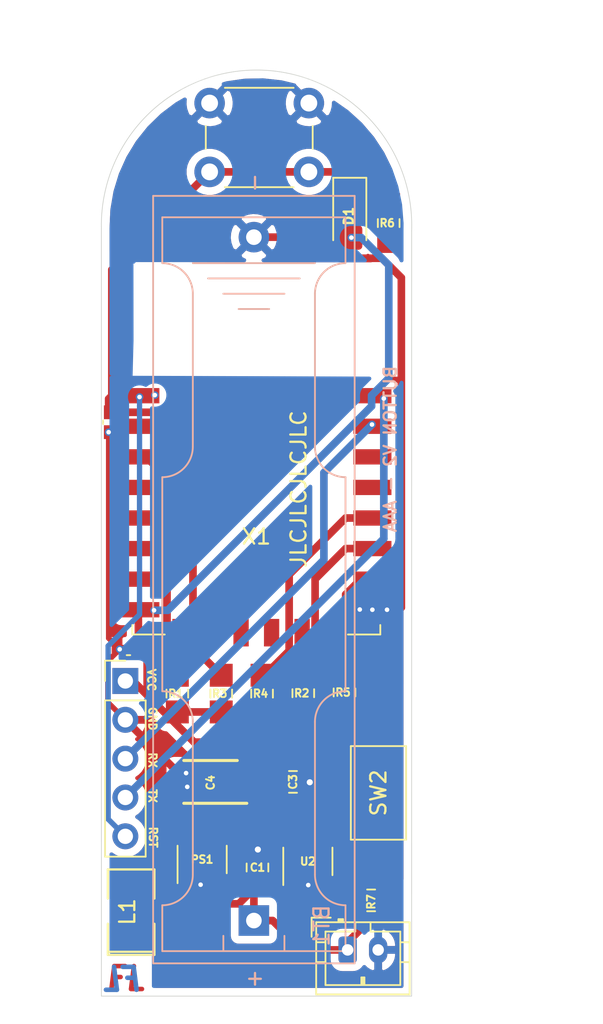
<source format=kicad_pcb>
(kicad_pcb (version 20171130) (host pcbnew "(5.1.9)-1")

  (general
    (thickness 1.6)
    (drawings 16)
    (tracks 133)
    (zones 0)
    (modules 22)
    (nets 14)
  )

  (page A4)
  (layers
    (0 F.Cu signal)
    (31 B.Cu signal)
    (32 B.Adhes user)
    (33 F.Adhes user)
    (34 B.Paste user)
    (35 F.Paste user)
    (36 B.SilkS user)
    (37 F.SilkS user)
    (38 B.Mask user)
    (39 F.Mask user)
    (40 Dwgs.User user)
    (41 Cmts.User user)
    (42 Eco1.User user)
    (43 Eco2.User user)
    (44 Edge.Cuts user)
    (45 Margin user)
    (46 B.CrtYd user hide)
    (47 F.CrtYd user)
    (48 B.Fab user hide)
    (49 F.Fab user)
  )

  (setup
    (last_trace_width 0.25)
    (user_trace_width 0.35)
    (user_trace_width 0.5)
    (trace_clearance 0.1)
    (zone_clearance 0.508)
    (zone_45_only no)
    (trace_min 0.2)
    (via_size 0.8)
    (via_drill 0.4)
    (via_min_size 0.4)
    (via_min_drill 0.3)
    (user_via 0.5 0.3)
    (uvia_size 0.3)
    (uvia_drill 0.1)
    (uvias_allowed no)
    (uvia_min_size 0.2)
    (uvia_min_drill 0.1)
    (edge_width 0.05)
    (segment_width 0.2)
    (pcb_text_width 0.3)
    (pcb_text_size 1.5 1.5)
    (mod_edge_width 0.12)
    (mod_text_size 1 1)
    (mod_text_width 0.15)
    (pad_size 1.524 1.524)
    (pad_drill 0.762)
    (pad_to_mask_clearance 0)
    (aux_axis_origin 0 0)
    (visible_elements 7FFFFFFF)
    (pcbplotparams
      (layerselection 0x010fc_ffffffff)
      (usegerberextensions false)
      (usegerberattributes false)
      (usegerberadvancedattributes true)
      (creategerberjobfile false)
      (excludeedgelayer true)
      (linewidth 0.100000)
      (plotframeref false)
      (viasonmask false)
      (mode 1)
      (useauxorigin false)
      (hpglpennumber 1)
      (hpglpenspeed 20)
      (hpglpendiameter 15.000000)
      (psnegative false)
      (psa4output false)
      (plotreference true)
      (plotvalue true)
      (plotinvisibletext false)
      (padsonsilk false)
      (subtractmaskfromsilk false)
      (outputformat 1)
      (mirror false)
      (drillshape 0)
      (scaleselection 1)
      (outputdirectory "Gerber/"))
  )

  (net 0 "")
  (net 1 /VCC)
  (net 2 /GND)
  (net 3 /RST)
  (net 4 /RX)
  (net 5 /TX)
  (net 6 /EN)
  (net 7 /GPIO2)
  (net 8 /GPIO0)
  (net 9 "Net-(BT1-Pad1)")
  (net 10 "Net-(L1-Pad2)")
  (net 11 /GPIO15)
  (net 12 "Net-(D1-Pad1)")
  (net 13 "Net-(PS1-Pad3)")

  (net_class Default "This is the default net class."
    (clearance 0.1)
    (trace_width 0.25)
    (via_dia 0.8)
    (via_drill 0.4)
    (uvia_dia 0.3)
    (uvia_drill 0.1)
    (add_net /EN)
    (add_net /GND)
    (add_net /GPIO0)
    (add_net /GPIO15)
    (add_net /GPIO2)
    (add_net /RST)
    (add_net /RX)
    (add_net /TX)
    (add_net /VCC)
    (add_net "Net-(BT1-Pad1)")
    (add_net "Net-(D1-Pad1)")
    (add_net "Net-(L1-Pad2)")
    (add_net "Net-(PS1-Pad3)")
  )

  (module handsolder:C_0402_1005Metric_Pad0.74x0.62mm_HandSoldermod (layer F.Cu) (tedit 6036714F) (tstamp 602DB527)
    (at 117.275 75.975 90)
    (descr "Capacitor SMD 0402 (1005 Metric), square (rectangular) end terminal, IPC_7351 nominal with elongated pad for handsoldering. (Body size source: IPC-SM-782 page 76, https://www.pcb-3d.com/wordpress/wp-content/uploads/ipc-sm-782a_amendment_1_and_2.pdf), generated with kicad-footprint-generator")
    (tags "capacitor handsolder")
    (path /602C896A)
    (attr smd)
    (fp_text reference C2 (at 0 0) (layer F.SilkS) hide
      (effects (font (size 0.5 0.5) (thickness 0.125)))
    )
    (fp_text value 100nF (at 0 1.65 90) (layer F.Fab) hide
      (effects (font (size 1 1) (thickness 0.15)))
    )
    (fp_line (start -0.5 0.25) (end -0.5 -0.25) (layer F.Fab) (width 0.1))
    (fp_line (start -0.5 -0.25) (end 0.5 -0.25) (layer F.Fab) (width 0.1))
    (fp_line (start 0.5 -0.25) (end 0.5 0.25) (layer F.Fab) (width 0.1))
    (fp_line (start 0.5 0.25) (end -0.5 0.25) (layer F.Fab) (width 0.1))
    (fp_line (start -0.115835 -0.36) (end 0.115835 -0.36) (layer F.SilkS) (width 0.12))
    (fp_line (start -1.08 0.46) (end -1.08 -0.46) (layer F.CrtYd) (width 0.05))
    (fp_line (start -1.08 -0.46) (end 1.08 -0.46) (layer F.CrtYd) (width 0.05))
    (fp_line (start 1.08 -0.46) (end 1.08 0.46) (layer F.CrtYd) (width 0.05))
    (fp_line (start 1.08 0.46) (end -1.08 0.46) (layer F.CrtYd) (width 0.05))
    (fp_text user %R (at 0 0 90) (layer F.Fab)
      (effects (font (size 0.5 0.5) (thickness 0.08)))
    )
    (pad 2 smd rect (at 0.65 0 90) (size 0.9 0.62) (layers F.Cu F.Paste F.Mask)
      (net 3 /RST))
    (pad 1 smd rect (at -0.65 0 90) (size 0.9 0.62) (layers F.Cu F.Paste F.Mask)
      (net 2 /GND))
    (model ${KISYS3DMOD}/Capacitor_SMD.3dshapes/C_0402_1005Metric.wrl
      (at (xyz 0 0 0))
      (scale (xyz 1 1 1))
      (rotate (xyz 0 0 0))
    )
  )

  (module handsolder:SOT-23-5_HandSolderingmod (layer F.Cu) (tedit 6035922E) (tstamp 603B03D8)
    (at 123.4 104.575 90)
    (descr "5-pin SOT23 package")
    (tags "SOT-23-5 hand-soldering")
    (path /603AE74A)
    (attr smd)
    (fp_text reference PS1 (at 0 0) (layer F.SilkS)
      (effects (font (size 0.5 0.5) (thickness 0.125)))
    )
    (fp_text value TPS61097A-33DBVR (at 10.287 1.143 90) (layer F.SilkS) hide
      (effects (font (size 1 1) (thickness 0.15)))
    )
    (fp_line (start -0.9 1.61) (end 0.9 1.61) (layer F.SilkS) (width 0.12))
    (fp_line (start 0.9 -1.61) (end -1.55 -1.61) (layer F.SilkS) (width 0.12))
    (fp_line (start -0.9 -0.9) (end -0.25 -1.55) (layer F.Fab) (width 0.1))
    (fp_line (start 0.9 -1.55) (end -0.25 -1.55) (layer F.Fab) (width 0.1))
    (fp_line (start -0.9 -0.9) (end -0.9 1.55) (layer F.Fab) (width 0.1))
    (fp_line (start 0.9 1.55) (end -0.9 1.55) (layer F.Fab) (width 0.1))
    (fp_line (start 0.9 -1.55) (end 0.9 1.55) (layer F.Fab) (width 0.1))
    (fp_line (start -2.38 -1.8) (end 2.38 -1.8) (layer F.CrtYd) (width 0.05))
    (fp_line (start -2.38 -1.8) (end -2.38 1.8) (layer F.CrtYd) (width 0.05))
    (fp_line (start 2.38 1.8) (end 2.38 -1.8) (layer F.CrtYd) (width 0.05))
    (fp_line (start 2.38 1.8) (end -2.38 1.8) (layer F.CrtYd) (width 0.05))
    (fp_text user %R (at 0 0 180) (layer F.Fab)
      (effects (font (size 0.5 0.5) (thickness 0.075)))
    )
    (pad 5 smd rect (at 1.5 -0.95 90) (size 2 0.65) (layers F.Cu F.Paste F.Mask)
      (net 10 "Net-(L1-Pad2)"))
    (pad 4 smd rect (at 1.5 0.95 90) (size 2 0.65) (layers F.Cu F.Paste F.Mask)
      (net 1 /VCC))
    (pad 3 smd rect (at -1.55 0.95 90) (size 2 0.65) (layers F.Cu F.Paste F.Mask)
      (net 13 "Net-(PS1-Pad3)"))
    (pad 2 smd trapezoid (at -1.55 0 90) (size 2 0.65) (layers F.Cu F.Paste F.Mask)
      (net 2 /GND))
    (pad 1 smd rect (at -1.55 -0.95 90) (size 2 0.65) (layers F.Cu F.Paste F.Mask)
      (net 9 "Net-(BT1-Pad1)"))
    (model ${KISYS3DMOD}/Package_TO_SOT_SMD.3dshapes/SOT-23-5.wrl
      (at (xyz 0 0 0))
      (scale (xyz 1 1 1))
      (rotate (xyz 0 0 0))
    )
  )

  (module handsolder:SOT-23-5_HandSolderingmod (layer F.Cu) (tedit 6035922E) (tstamp 602E9ADE)
    (at 130.325 104.7 90)
    (descr "5-pin SOT23 package")
    (tags "SOT-23-5 hand-soldering")
    (path /602F5FBE)
    (attr smd)
    (fp_text reference U2 (at 0 0) (layer F.SilkS)
      (effects (font (size 0.5 0.5) (thickness 0.125)))
    )
    (fp_text value AP2112K-3.3 (at 10.287 1.143 90) (layer F.SilkS) hide
      (effects (font (size 1 1) (thickness 0.15)))
    )
    (fp_line (start -0.9 1.61) (end 0.9 1.61) (layer F.SilkS) (width 0.12))
    (fp_line (start 0.9 -1.61) (end -1.55 -1.61) (layer F.SilkS) (width 0.12))
    (fp_line (start -0.9 -0.9) (end -0.25 -1.55) (layer F.Fab) (width 0.1))
    (fp_line (start 0.9 -1.55) (end -0.25 -1.55) (layer F.Fab) (width 0.1))
    (fp_line (start -0.9 -0.9) (end -0.9 1.55) (layer F.Fab) (width 0.1))
    (fp_line (start 0.9 1.55) (end -0.9 1.55) (layer F.Fab) (width 0.1))
    (fp_line (start 0.9 -1.55) (end 0.9 1.55) (layer F.Fab) (width 0.1))
    (fp_line (start -2.38 -1.8) (end 2.38 -1.8) (layer F.CrtYd) (width 0.05))
    (fp_line (start -2.38 -1.8) (end -2.38 1.8) (layer F.CrtYd) (width 0.05))
    (fp_line (start 2.38 1.8) (end 2.38 -1.8) (layer F.CrtYd) (width 0.05))
    (fp_line (start 2.38 1.8) (end -2.38 1.8) (layer F.CrtYd) (width 0.05))
    (fp_text user %R (at 0 0 180) (layer F.Fab)
      (effects (font (size 0.5 0.5) (thickness 0.075)))
    )
    (pad 5 smd rect (at 1.5 -0.95 90) (size 2 0.65) (layers F.Cu F.Paste F.Mask)
      (net 1 /VCC))
    (pad 4 smd rect (at 1.5 0.95 90) (size 2 0.65) (layers F.Cu F.Paste F.Mask))
    (pad 3 smd rect (at -1.55 0.95 90) (size 2 0.65) (layers F.Cu F.Paste F.Mask)
      (net 13 "Net-(PS1-Pad3)"))
    (pad 2 smd trapezoid (at -1.55 0 90) (size 2 0.65) (layers F.Cu F.Paste F.Mask)
      (net 2 /GND))
    (pad 1 smd rect (at -1.55 -0.95 90) (size 2 0.65) (layers F.Cu F.Paste F.Mask)
      (net 9 "Net-(BT1-Pad1)"))
    (model ${KISYS3DMOD}/Package_TO_SOT_SMD.3dshapes/SOT-23-5.wrl
      (at (xyz 0 0 0))
      (scale (xyz 1 1 1))
      (rotate (xyz 0 0 0))
    )
  )

  (module handsolder:R_0805_2012handsoldermod (layer F.Cu) (tedit 60358F22) (tstamp 602E9A2F)
    (at 134.47 107.25 180)
    (descr "Resistor SMD 0805 (2012 Metric), square (rectangular) end terminal, IPC_7351 nominal with elongated pad for handsoldering. (Body size source: https://docs.google.com/spreadsheets/d/1BsfQQcO9C6DZCsRaXUlFlo91Tg2WpOkGARC1WS5S8t0/edit?usp=sharing), generated with kicad-footprint-generator")
    (tags "resistor handsolder")
    (path /602F7A06)
    (attr smd)
    (fp_text reference R7 (at 0 -0.1 90) (layer F.SilkS)
      (effects (font (size 0.5 0.5) (thickness 0.125)))
    )
    (fp_text value 10k (at 0 1.65) (layer F.Fab) hide
      (effects (font (size 1 1) (thickness 0.15)))
    )
    (fp_line (start -1 0.6) (end -1 -0.6) (layer F.Fab) (width 0.1))
    (fp_line (start -1 -0.6) (end 1 -0.6) (layer F.Fab) (width 0.1))
    (fp_line (start 1 -0.6) (end 1 0.6) (layer F.Fab) (width 0.1))
    (fp_line (start 1 0.6) (end -1 0.6) (layer F.Fab) (width 0.1))
    (fp_line (start -0.261252 -0.71) (end 0.261252 -0.71) (layer F.SilkS) (width 0.12))
    (fp_line (start -0.261252 0.71) (end 0.261252 0.71) (layer F.SilkS) (width 0.12))
    (fp_line (start -2.05 0.95) (end -2.05 -0.95) (layer F.CrtYd) (width 0.05))
    (fp_line (start -2.05 -0.95) (end 2.05 -0.95) (layer F.CrtYd) (width 0.05))
    (fp_line (start 2.05 -0.95) (end 2.05 0.95) (layer F.CrtYd) (width 0.05))
    (fp_line (start 2.05 0.95) (end -2.05 0.95) (layer F.CrtYd) (width 0.05))
    (fp_text user %R (at 0 0) (layer F.Fab)
      (effects (font (size 0.5 0.5) (thickness 0.08)))
    )
    (pad 2 smd rect (at 1.2 0 180) (size 1.5 1.5) (layers F.Cu F.Paste F.Mask)
      (net 13 "Net-(PS1-Pad3)"))
    (pad 1 smd rect (at -1.2 0 180) (size 1.5 1.5) (layers F.Cu F.Paste F.Mask)
      (net 9 "Net-(BT1-Pad1)"))
    (model ${KISYS3DMOD}/Resistor_SMD.3dshapes/R_0805_2012Metric.wrl
      (at (xyz 0 0 0))
      (scale (xyz 1 1 1))
      (rotate (xyz 0 0 0))
    )
  )

  (module handsolder:R_0805_2012handsoldermod (layer F.Cu) (tedit 60358F22) (tstamp 602DB5DB)
    (at 135.62 62.95 90)
    (descr "Resistor SMD 0805 (2012 Metric), square (rectangular) end terminal, IPC_7351 nominal with elongated pad for handsoldering. (Body size source: https://docs.google.com/spreadsheets/d/1BsfQQcO9C6DZCsRaXUlFlo91Tg2WpOkGARC1WS5S8t0/edit?usp=sharing), generated with kicad-footprint-generator")
    (tags "resistor handsolder")
    (path /602D454A)
    (attr smd)
    (fp_text reference R6 (at 0 -0.1) (layer F.SilkS)
      (effects (font (size 0.5 0.5) (thickness 0.125)))
    )
    (fp_text value 1k (at 0 1.65 90) (layer F.Fab) hide
      (effects (font (size 1 1) (thickness 0.15)))
    )
    (fp_line (start -1 0.6) (end -1 -0.6) (layer F.Fab) (width 0.1))
    (fp_line (start -1 -0.6) (end 1 -0.6) (layer F.Fab) (width 0.1))
    (fp_line (start 1 -0.6) (end 1 0.6) (layer F.Fab) (width 0.1))
    (fp_line (start 1 0.6) (end -1 0.6) (layer F.Fab) (width 0.1))
    (fp_line (start -0.261252 -0.71) (end 0.261252 -0.71) (layer F.SilkS) (width 0.12))
    (fp_line (start -0.261252 0.71) (end 0.261252 0.71) (layer F.SilkS) (width 0.12))
    (fp_line (start -2.05 0.95) (end -2.05 -0.95) (layer F.CrtYd) (width 0.05))
    (fp_line (start -2.05 -0.95) (end 2.05 -0.95) (layer F.CrtYd) (width 0.05))
    (fp_line (start 2.05 -0.95) (end 2.05 0.95) (layer F.CrtYd) (width 0.05))
    (fp_line (start 2.05 0.95) (end -2.05 0.95) (layer F.CrtYd) (width 0.05))
    (fp_text user %R (at 0 0 90) (layer F.Fab)
      (effects (font (size 0.5 0.5) (thickness 0.08)))
    )
    (pad 2 smd rect (at 1.2 0 90) (size 1.5 1.5) (layers F.Cu F.Paste F.Mask)
      (net 3 /RST))
    (pad 1 smd rect (at -1.2 0 90) (size 1.5 1.5) (layers F.Cu F.Paste F.Mask)
      (net 12 "Net-(D1-Pad1)"))
    (model ${KISYS3DMOD}/Resistor_SMD.3dshapes/R_0805_2012Metric.wrl
      (at (xyz 0 0 0))
      (scale (xyz 1 1 1))
      (rotate (xyz 0 0 0))
    )
  )

  (module handsolder:R_0805_2012handsoldermod (layer F.Cu) (tedit 60358F22) (tstamp 602DB5CA)
    (at 132.725 93.65 90)
    (descr "Resistor SMD 0805 (2012 Metric), square (rectangular) end terminal, IPC_7351 nominal with elongated pad for handsoldering. (Body size source: https://docs.google.com/spreadsheets/d/1BsfQQcO9C6DZCsRaXUlFlo91Tg2WpOkGARC1WS5S8t0/edit?usp=sharing), generated with kicad-footprint-generator")
    (tags "resistor handsolder")
    (path /602CA91E)
    (attr smd)
    (fp_text reference R5 (at 0 -0.1) (layer F.SilkS)
      (effects (font (size 0.5 0.5) (thickness 0.125)))
    )
    (fp_text value 4.7k (at 0 1.65 90) (layer F.Fab) hide
      (effects (font (size 1 1) (thickness 0.15)))
    )
    (fp_line (start -1 0.6) (end -1 -0.6) (layer F.Fab) (width 0.1))
    (fp_line (start -1 -0.6) (end 1 -0.6) (layer F.Fab) (width 0.1))
    (fp_line (start 1 -0.6) (end 1 0.6) (layer F.Fab) (width 0.1))
    (fp_line (start 1 0.6) (end -1 0.6) (layer F.Fab) (width 0.1))
    (fp_line (start -0.261252 -0.71) (end 0.261252 -0.71) (layer F.SilkS) (width 0.12))
    (fp_line (start -0.261252 0.71) (end 0.261252 0.71) (layer F.SilkS) (width 0.12))
    (fp_line (start -2.05 0.95) (end -2.05 -0.95) (layer F.CrtYd) (width 0.05))
    (fp_line (start -2.05 -0.95) (end 2.05 -0.95) (layer F.CrtYd) (width 0.05))
    (fp_line (start 2.05 -0.95) (end 2.05 0.95) (layer F.CrtYd) (width 0.05))
    (fp_line (start 2.05 0.95) (end -2.05 0.95) (layer F.CrtYd) (width 0.05))
    (fp_text user %R (at 0 0 90) (layer F.Fab)
      (effects (font (size 0.5 0.5) (thickness 0.08)))
    )
    (pad 2 smd rect (at 1.2 0 90) (size 1.5 1.5) (layers F.Cu F.Paste F.Mask)
      (net 11 /GPIO15))
    (pad 1 smd rect (at -1.2 0 90) (size 1.5 1.5) (layers F.Cu F.Paste F.Mask)
      (net 2 /GND))
    (model ${KISYS3DMOD}/Resistor_SMD.3dshapes/R_0805_2012Metric.wrl
      (at (xyz 0 0 0))
      (scale (xyz 1 1 1))
      (rotate (xyz 0 0 0))
    )
  )

  (module handsolder:R_0805_2012handsoldermod (layer F.Cu) (tedit 60358F22) (tstamp 602DB5B9)
    (at 127.325 93.725 90)
    (descr "Resistor SMD 0805 (2012 Metric), square (rectangular) end terminal, IPC_7351 nominal with elongated pad for handsoldering. (Body size source: https://docs.google.com/spreadsheets/d/1BsfQQcO9C6DZCsRaXUlFlo91Tg2WpOkGARC1WS5S8t0/edit?usp=sharing), generated with kicad-footprint-generator")
    (tags "resistor handsolder")
    (path /602CA541)
    (attr smd)
    (fp_text reference R4 (at 0 -0.1) (layer F.SilkS)
      (effects (font (size 0.5 0.5) (thickness 0.125)))
    )
    (fp_text value 10k (at 0 1.65 90) (layer F.Fab) hide
      (effects (font (size 1 1) (thickness 0.15)))
    )
    (fp_line (start -1 0.6) (end -1 -0.6) (layer F.Fab) (width 0.1))
    (fp_line (start -1 -0.6) (end 1 -0.6) (layer F.Fab) (width 0.1))
    (fp_line (start 1 -0.6) (end 1 0.6) (layer F.Fab) (width 0.1))
    (fp_line (start 1 0.6) (end -1 0.6) (layer F.Fab) (width 0.1))
    (fp_line (start -0.261252 -0.71) (end 0.261252 -0.71) (layer F.SilkS) (width 0.12))
    (fp_line (start -0.261252 0.71) (end 0.261252 0.71) (layer F.SilkS) (width 0.12))
    (fp_line (start -2.05 0.95) (end -2.05 -0.95) (layer F.CrtYd) (width 0.05))
    (fp_line (start -2.05 -0.95) (end 2.05 -0.95) (layer F.CrtYd) (width 0.05))
    (fp_line (start 2.05 -0.95) (end 2.05 0.95) (layer F.CrtYd) (width 0.05))
    (fp_line (start 2.05 0.95) (end -2.05 0.95) (layer F.CrtYd) (width 0.05))
    (fp_text user %R (at 0 0 90) (layer F.Fab)
      (effects (font (size 0.5 0.5) (thickness 0.08)))
    )
    (pad 2 smd rect (at 1.2 0 90) (size 1.5 1.5) (layers F.Cu F.Paste F.Mask)
      (net 8 /GPIO0))
    (pad 1 smd rect (at -1.2 0 90) (size 1.5 1.5) (layers F.Cu F.Paste F.Mask)
      (net 1 /VCC))
    (model ${KISYS3DMOD}/Resistor_SMD.3dshapes/R_0805_2012Metric.wrl
      (at (xyz 0 0 0))
      (scale (xyz 1 1 1))
      (rotate (xyz 0 0 0))
    )
  )

  (module handsolder:R_0805_2012handsoldermod (layer F.Cu) (tedit 60358F22) (tstamp 602DB5A8)
    (at 124.65 93.725 90)
    (descr "Resistor SMD 0805 (2012 Metric), square (rectangular) end terminal, IPC_7351 nominal with elongated pad for handsoldering. (Body size source: https://docs.google.com/spreadsheets/d/1BsfQQcO9C6DZCsRaXUlFlo91Tg2WpOkGARC1WS5S8t0/edit?usp=sharing), generated with kicad-footprint-generator")
    (tags "resistor handsolder")
    (path /602C7954)
    (attr smd)
    (fp_text reference R3 (at 0 -0.1) (layer F.SilkS)
      (effects (font (size 0.5 0.5) (thickness 0.125)))
    )
    (fp_text value 10k (at 0 1.65 90) (layer F.Fab) hide
      (effects (font (size 1 1) (thickness 0.15)))
    )
    (fp_line (start -1 0.6) (end -1 -0.6) (layer F.Fab) (width 0.1))
    (fp_line (start -1 -0.6) (end 1 -0.6) (layer F.Fab) (width 0.1))
    (fp_line (start 1 -0.6) (end 1 0.6) (layer F.Fab) (width 0.1))
    (fp_line (start 1 0.6) (end -1 0.6) (layer F.Fab) (width 0.1))
    (fp_line (start -0.261252 -0.71) (end 0.261252 -0.71) (layer F.SilkS) (width 0.12))
    (fp_line (start -0.261252 0.71) (end 0.261252 0.71) (layer F.SilkS) (width 0.12))
    (fp_line (start -2.05 0.95) (end -2.05 -0.95) (layer F.CrtYd) (width 0.05))
    (fp_line (start -2.05 -0.95) (end 2.05 -0.95) (layer F.CrtYd) (width 0.05))
    (fp_line (start 2.05 -0.95) (end 2.05 0.95) (layer F.CrtYd) (width 0.05))
    (fp_line (start 2.05 0.95) (end -2.05 0.95) (layer F.CrtYd) (width 0.05))
    (fp_text user %R (at 0 0 90) (layer F.Fab)
      (effects (font (size 0.5 0.5) (thickness 0.08)))
    )
    (pad 2 smd rect (at 1.2 0 90) (size 1.5 1.5) (layers F.Cu F.Paste F.Mask)
      (net 3 /RST))
    (pad 1 smd rect (at -1.2 0 90) (size 1.5 1.5) (layers F.Cu F.Paste F.Mask)
      (net 1 /VCC))
    (model ${KISYS3DMOD}/Resistor_SMD.3dshapes/R_0805_2012Metric.wrl
      (at (xyz 0 0 0))
      (scale (xyz 1 1 1))
      (rotate (xyz 0 0 0))
    )
  )

  (module handsolder:R_0805_2012handsoldermod (layer F.Cu) (tedit 60358F22) (tstamp 602DB597)
    (at 130.025 93.7 90)
    (descr "Resistor SMD 0805 (2012 Metric), square (rectangular) end terminal, IPC_7351 nominal with elongated pad for handsoldering. (Body size source: https://docs.google.com/spreadsheets/d/1BsfQQcO9C6DZCsRaXUlFlo91Tg2WpOkGARC1WS5S8t0/edit?usp=sharing), generated with kicad-footprint-generator")
    (tags "resistor handsolder")
    (path /602CC605)
    (attr smd)
    (fp_text reference R2 (at 0 -0.1) (layer F.SilkS)
      (effects (font (size 0.5 0.5) (thickness 0.125)))
    )
    (fp_text value 10k (at 0 1.65 90) (layer F.Fab) hide
      (effects (font (size 1 1) (thickness 0.15)))
    )
    (fp_line (start -1 0.6) (end -1 -0.6) (layer F.Fab) (width 0.1))
    (fp_line (start -1 -0.6) (end 1 -0.6) (layer F.Fab) (width 0.1))
    (fp_line (start 1 -0.6) (end 1 0.6) (layer F.Fab) (width 0.1))
    (fp_line (start 1 0.6) (end -1 0.6) (layer F.Fab) (width 0.1))
    (fp_line (start -0.261252 -0.71) (end 0.261252 -0.71) (layer F.SilkS) (width 0.12))
    (fp_line (start -0.261252 0.71) (end 0.261252 0.71) (layer F.SilkS) (width 0.12))
    (fp_line (start -2.05 0.95) (end -2.05 -0.95) (layer F.CrtYd) (width 0.05))
    (fp_line (start -2.05 -0.95) (end 2.05 -0.95) (layer F.CrtYd) (width 0.05))
    (fp_line (start 2.05 -0.95) (end 2.05 0.95) (layer F.CrtYd) (width 0.05))
    (fp_line (start 2.05 0.95) (end -2.05 0.95) (layer F.CrtYd) (width 0.05))
    (fp_text user %R (at 0 0 90) (layer F.Fab)
      (effects (font (size 0.5 0.5) (thickness 0.08)))
    )
    (pad 2 smd rect (at 1.2 0 90) (size 1.5 1.5) (layers F.Cu F.Paste F.Mask)
      (net 7 /GPIO2))
    (pad 1 smd rect (at -1.2 0 90) (size 1.5 1.5) (layers F.Cu F.Paste F.Mask)
      (net 1 /VCC))
    (model ${KISYS3DMOD}/Resistor_SMD.3dshapes/R_0805_2012Metric.wrl
      (at (xyz 0 0 0))
      (scale (xyz 1 1 1))
      (rotate (xyz 0 0 0))
    )
  )

  (module handsolder:R_0805_2012handsoldermod (layer F.Cu) (tedit 60358F22) (tstamp 602DB586)
    (at 121.775 93.725 90)
    (descr "Resistor SMD 0805 (2012 Metric), square (rectangular) end terminal, IPC_7351 nominal with elongated pad for handsoldering. (Body size source: https://docs.google.com/spreadsheets/d/1BsfQQcO9C6DZCsRaXUlFlo91Tg2WpOkGARC1WS5S8t0/edit?usp=sharing), generated with kicad-footprint-generator")
    (tags "resistor handsolder")
    (path /602C727C)
    (attr smd)
    (fp_text reference R1 (at 0 -0.1) (layer F.SilkS)
      (effects (font (size 0.5 0.5) (thickness 0.125)))
    )
    (fp_text value 10k (at 0 1.65 90) (layer F.Fab) hide
      (effects (font (size 1 1) (thickness 0.15)))
    )
    (fp_line (start -1 0.6) (end -1 -0.6) (layer F.Fab) (width 0.1))
    (fp_line (start -1 -0.6) (end 1 -0.6) (layer F.Fab) (width 0.1))
    (fp_line (start 1 -0.6) (end 1 0.6) (layer F.Fab) (width 0.1))
    (fp_line (start 1 0.6) (end -1 0.6) (layer F.Fab) (width 0.1))
    (fp_line (start -0.261252 -0.71) (end 0.261252 -0.71) (layer F.SilkS) (width 0.12))
    (fp_line (start -0.261252 0.71) (end 0.261252 0.71) (layer F.SilkS) (width 0.12))
    (fp_line (start -2.05 0.95) (end -2.05 -0.95) (layer F.CrtYd) (width 0.05))
    (fp_line (start -2.05 -0.95) (end 2.05 -0.95) (layer F.CrtYd) (width 0.05))
    (fp_line (start 2.05 -0.95) (end 2.05 0.95) (layer F.CrtYd) (width 0.05))
    (fp_line (start 2.05 0.95) (end -2.05 0.95) (layer F.CrtYd) (width 0.05))
    (fp_text user %R (at 0 0 90) (layer F.Fab)
      (effects (font (size 0.5 0.5) (thickness 0.08)))
    )
    (pad 2 smd rect (at 1.2 0 90) (size 1.5 1.5) (layers F.Cu F.Paste F.Mask)
      (net 6 /EN))
    (pad 1 smd rect (at -1.2 0 90) (size 1.5 1.5) (layers F.Cu F.Paste F.Mask)
      (net 1 /VCC))
    (model ${KISYS3DMOD}/Resistor_SMD.3dshapes/R_0805_2012Metric.wrl
      (at (xyz 0 0 0))
      (scale (xyz 1 1 1))
      (rotate (xyz 0 0 0))
    )
  )

  (module handsolder:C_0805_2012handsodermod (layer F.Cu) (tedit 603591CC) (tstamp 602DB538)
    (at 129.35 99.5 180)
    (descr "Capacitor SMD 0805 (2012 Metric), square (rectangular) end terminal, IPC_7351 nominal with elongated pad for handsoldering. (Body size source: https://docs.google.com/spreadsheets/d/1BsfQQcO9C6DZCsRaXUlFlo91Tg2WpOkGARC1WS5S8t0/edit?usp=sharing), generated with kicad-footprint-generator")
    (tags "capacitor handsolder")
    (path /602E3D4A)
    (attr smd)
    (fp_text reference C3 (at 0 0 90) (layer F.SilkS)
      (effects (font (size 0.5 0.5) (thickness 0.125)))
    )
    (fp_text value 10uF (at 0 1.65) (layer F.Fab) hide
      (effects (font (size 1 1) (thickness 0.15)))
    )
    (fp_line (start -1 0.6) (end -1 -0.6) (layer F.Fab) (width 0.1))
    (fp_line (start -1 -0.6) (end 1 -0.6) (layer F.Fab) (width 0.1))
    (fp_line (start 1 -0.6) (end 1 0.6) (layer F.Fab) (width 0.1))
    (fp_line (start 1 0.6) (end -1 0.6) (layer F.Fab) (width 0.1))
    (fp_line (start -0.261252 -0.71) (end 0.261252 -0.71) (layer F.SilkS) (width 0.12))
    (fp_line (start -0.261252 0.71) (end 0.261252 0.71) (layer F.SilkS) (width 0.12))
    (fp_line (start -2 0.95) (end -2 -0.95) (layer F.CrtYd) (width 0.05))
    (fp_line (start -2 -0.95) (end 2.05 -0.95) (layer F.CrtYd) (width 0.05))
    (fp_line (start 2.05 -0.95) (end 2.05 0.95) (layer F.CrtYd) (width 0.05))
    (fp_line (start 2.05 0.95) (end -2 0.95) (layer F.CrtYd) (width 0.05))
    (fp_text user %R (at 0 0) (layer F.Fab)
      (effects (font (size 0.5 0.5) (thickness 0.08)))
    )
    (pad 2 smd rect (at 1.15 0 180) (size 1.5 1.1) (layers F.Cu F.Paste F.Mask)
      (net 1 /VCC))
    (pad 1 smd rect (at -1.15 0 180) (size 1.5 1.1) (layers F.Cu F.Paste F.Mask)
      (net 2 /GND))
    (model ${KISYS3DMOD}/Capacitor_SMD.3dshapes/C_0805_2012Metric.wrl
      (at (xyz 0 0 0))
      (scale (xyz 1 1 1))
      (rotate (xyz 0 0 0))
    )
  )

  (module handsolder:C_0805_2012handsodermod (layer F.Cu) (tedit 603591CC) (tstamp 602DB516)
    (at 127.025 105.1 270)
    (descr "Capacitor SMD 0805 (2012 Metric), square (rectangular) end terminal, IPC_7351 nominal with elongated pad for handsoldering. (Body size source: https://docs.google.com/spreadsheets/d/1BsfQQcO9C6DZCsRaXUlFlo91Tg2WpOkGARC1WS5S8t0/edit?usp=sharing), generated with kicad-footprint-generator")
    (tags "capacitor handsolder")
    (path /602D0C1F)
    (attr smd)
    (fp_text reference C1 (at 0 0) (layer F.SilkS)
      (effects (font (size 0.5 0.5) (thickness 0.125)))
    )
    (fp_text value 10uF (at 0 1.65 90) (layer F.Fab) hide
      (effects (font (size 1 1) (thickness 0.15)))
    )
    (fp_line (start -1 0.6) (end -1 -0.6) (layer F.Fab) (width 0.1))
    (fp_line (start -1 -0.6) (end 1 -0.6) (layer F.Fab) (width 0.1))
    (fp_line (start 1 -0.6) (end 1 0.6) (layer F.Fab) (width 0.1))
    (fp_line (start 1 0.6) (end -1 0.6) (layer F.Fab) (width 0.1))
    (fp_line (start -0.261252 -0.71) (end 0.261252 -0.71) (layer F.SilkS) (width 0.12))
    (fp_line (start -0.261252 0.71) (end 0.261252 0.71) (layer F.SilkS) (width 0.12))
    (fp_line (start -2 0.95) (end -2 -0.95) (layer F.CrtYd) (width 0.05))
    (fp_line (start -2 -0.95) (end 2.05 -0.95) (layer F.CrtYd) (width 0.05))
    (fp_line (start 2.05 -0.95) (end 2.05 0.95) (layer F.CrtYd) (width 0.05))
    (fp_line (start 2.05 0.95) (end -2 0.95) (layer F.CrtYd) (width 0.05))
    (fp_text user %R (at 0 0 90) (layer F.Fab)
      (effects (font (size 0.5 0.5) (thickness 0.08)))
    )
    (pad 2 smd rect (at 1.15 0 270) (size 1.5 1.1) (layers F.Cu F.Paste F.Mask)
      (net 9 "Net-(BT1-Pad1)"))
    (pad 1 smd rect (at -1.15 0 270) (size 1.5 1.1) (layers F.Cu F.Paste F.Mask)
      (net 2 /GND))
    (model ${KISYS3DMOD}/Capacitor_SMD.3dshapes/C_0805_2012Metric.wrl
      (at (xyz 0 0 0))
      (scale (xyz 1 1 1))
      (rotate (xyz 0 0 0))
    )
  )

  (module handsolder:ESP-12Elesssilk (layer F.Cu) (tedit 60343770) (tstamp 602DB666)
    (at 126.95 77.74)
    (descr "Wi-Fi Module, http://wiki.ai-thinker.com/_media/esp8266/docs/aithinker_esp_12f_datasheet_en.pdf")
    (tags "Wi-Fi Module")
    (path /602C0443)
    (attr smd)
    (fp_text reference X1 (at 0 5.715 -180) (layer F.SilkS)
      (effects (font (size 1 1) (thickness 0.15)))
    )
    (fp_text value ESP-12E (at -0.06 -12.78 -180) (layer F.Fab)
      (effects (font (size 1 1) (thickness 0.15)))
    )
    (fp_line (start -8 -12) (end 8 -12) (layer F.Fab) (width 0.12))
    (fp_line (start 8 -12) (end 8 12) (layer F.Fab) (width 0.12))
    (fp_line (start 8 12) (end -8 12) (layer F.Fab) (width 0.12))
    (fp_line (start -8 12) (end -8 -3) (layer F.Fab) (width 0.12))
    (fp_line (start -8 -3) (end -7.5 -3.5) (layer F.Fab) (width 0.12))
    (fp_line (start -7.5 -3.5) (end -8 -4) (layer F.Fab) (width 0.12))
    (fp_line (start -8 -4) (end -8 -12) (layer F.Fab) (width 0.12))
    (fp_line (start -9.05 -12.2) (end 9.05 -12.2) (layer F.CrtYd) (width 0.05))
    (fp_line (start 9.05 -12.2) (end 9.05 13.1) (layer F.CrtYd) (width 0.05))
    (fp_line (start 9.05 13.1) (end -9.05 13.1) (layer F.CrtYd) (width 0.05))
    (fp_line (start -9.05 13.1) (end -9.05 -12.2) (layer F.CrtYd) (width 0.05))
    (fp_line (start 8.12 11.5) (end 8.12 12.12) (layer F.SilkS) (width 0.12))
    (fp_line (start 8.12 12.12) (end 6 12.12) (layer F.SilkS) (width 0.12))
    (fp_line (start -6 12.12) (end -8.12 12.12) (layer F.SilkS) (width 0.12))
    (fp_line (start -8.12 12.12) (end -8.12 11.5) (layer F.SilkS) (width 0.12))
    (fp_line (start -8.12 -12.12) (end 8.12 -12.12) (layer Dwgs.User) (width 0.12))
    (fp_line (start 8.12 -12.12) (end 8.12 -4.8) (layer Dwgs.User) (width 0.12))
    (fp_line (start 8.12 -4.8) (end -8.12 -4.8) (layer Dwgs.User) (width 0.12))
    (fp_line (start -8.12 -4.8) (end -8.12 -12.12) (layer Dwgs.User) (width 0.12))
    (fp_line (start -8.12 -9.12) (end -5.12 -12.12) (layer Dwgs.User) (width 0.12))
    (fp_line (start -8.12 -6.12) (end -2.12 -12.12) (layer Dwgs.User) (width 0.12))
    (fp_line (start -6.44 -4.8) (end 0.88 -12.12) (layer Dwgs.User) (width 0.12))
    (fp_line (start -3.44 -4.8) (end 3.88 -12.12) (layer Dwgs.User) (width 0.12))
    (fp_line (start -0.44 -4.8) (end 6.88 -12.12) (layer Dwgs.User) (width 0.12))
    (fp_line (start 2.56 -4.8) (end 8.12 -10.36) (layer Dwgs.User) (width 0.12))
    (fp_line (start 5.56 -4.8) (end 8.12 -7.36) (layer Dwgs.User) (width 0.12))
    (fp_text user %R (at 0.49 -0.8 -180) (layer F.Fab)
      (effects (font (size 1 1) (thickness 0.15)))
    )
    (fp_text user "KEEP-OUT ZONE" (at 0.03 -9.55) (layer Cmts.User)
      (effects (font (size 1 1) (thickness 0.15)))
    )
    (fp_text user Antenna (at -0.06 -7) (layer Cmts.User)
      (effects (font (size 1 1) (thickness 0.15)))
    )
    (pad 22 smd rect (at 7.6 -3.5) (size 2.5 1) (layers F.Cu F.Paste F.Mask)
      (net 5 /TX))
    (pad 21 smd rect (at 7.6 -1.5) (size 2.5 1) (layers F.Cu F.Paste F.Mask)
      (net 4 /RX))
    (pad 20 smd rect (at 7.6 0.5) (size 2.5 1) (layers F.Cu F.Paste F.Mask))
    (pad 19 smd rect (at 7.6 2.5) (size 2.5 1) (layers F.Cu F.Paste F.Mask))
    (pad 18 smd rect (at 7.6 4.5) (size 2.5 1) (layers F.Cu F.Paste F.Mask)
      (net 8 /GPIO0))
    (pad 17 smd rect (at 7.6 6.5) (size 2.5 1) (layers F.Cu F.Paste F.Mask)
      (net 7 /GPIO2))
    (pad 16 smd rect (at 7.6 8.5) (size 2.5 1) (layers F.Cu F.Paste F.Mask)
      (net 11 /GPIO15))
    (pad 15 smd rect (at 7.6 10.5) (size 2.5 1) (layers F.Cu F.Paste F.Mask)
      (net 2 /GND))
    (pad 14 smd rect (at 5 12) (size 1 1.8) (layers F.Cu F.Paste F.Mask))
    (pad 13 smd rect (at 3 12) (size 1 1.8) (layers F.Cu F.Paste F.Mask))
    (pad 12 smd rect (at 1 12) (size 1 1.8) (layers F.Cu F.Paste F.Mask))
    (pad 11 smd rect (at -1 12) (size 1 1.8) (layers F.Cu F.Paste F.Mask))
    (pad 10 smd rect (at -3 12) (size 1 1.8) (layers F.Cu F.Paste F.Mask))
    (pad 9 smd rect (at -5 12) (size 1 1.8) (layers F.Cu F.Paste F.Mask))
    (pad 8 smd rect (at -7.6 10.5) (size 2.5 1) (layers F.Cu F.Paste F.Mask)
      (net 1 /VCC))
    (pad 7 smd rect (at -7.6 8.5) (size 2.5 1) (layers F.Cu F.Paste F.Mask))
    (pad 6 smd rect (at -7.6 6.5) (size 2.5 1) (layers F.Cu F.Paste F.Mask))
    (pad 5 smd rect (at -7.6 4.5) (size 2.5 1) (layers F.Cu F.Paste F.Mask))
    (pad 4 smd rect (at -7.6 2.5) (size 2.5 1) (layers F.Cu F.Paste F.Mask))
    (pad 3 smd rect (at -7.6 0.5) (size 2.5 1) (layers F.Cu F.Paste F.Mask)
      (net 6 /EN))
    (pad 2 smd rect (at -7.6 -1.5) (size 2.5 1) (layers F.Cu F.Paste F.Mask))
    (pad 1 smd rect (at -7.6 -3.5) (size 2.5 1) (layers F.Cu F.Paste F.Mask)
      (net 3 /RST))
    (model ${KISYS3DMOD}/RF_Module.3dshapes/ESP-12E.wrl
      (at (xyz 0 0 0))
      (scale (xyz 1 1 1))
      (rotate (xyz 0 0 0))
    )
  )

  (module handsolder:C_0402_1005Metric_Pad0.74x0.62mm_HandSoldermod (layer F.Cu) (tedit 6036714F) (tstamp 603B0355)
    (at 118.575 90.85 180)
    (descr "Capacitor SMD 0402 (1005 Metric), square (rectangular) end terminal, IPC_7351 nominal with elongated pad for handsoldering. (Body size source: IPC-SM-782 page 76, https://www.pcb-3d.com/wordpress/wp-content/uploads/ipc-sm-782a_amendment_1_and_2.pdf), generated with kicad-footprint-generator")
    (tags "capacitor handsolder")
    (path /603B677A)
    (attr smd)
    (fp_text reference C5 (at 0 0) (layer F.SilkS) hide
      (effects (font (size 0.5 0.5) (thickness 0.125)))
    )
    (fp_text value 100nF (at 0 1.16) (layer F.Fab)
      (effects (font (size 1 1) (thickness 0.15)))
    )
    (fp_line (start -0.5 0.25) (end -0.5 -0.25) (layer F.Fab) (width 0.1))
    (fp_line (start -0.5 -0.25) (end 0.5 -0.25) (layer F.Fab) (width 0.1))
    (fp_line (start 0.5 -0.25) (end 0.5 0.25) (layer F.Fab) (width 0.1))
    (fp_line (start 0.5 0.25) (end -0.5 0.25) (layer F.Fab) (width 0.1))
    (fp_line (start -0.115835 -0.36) (end 0.115835 -0.36) (layer F.SilkS) (width 0.12))
    (fp_line (start -1.08 0.46) (end -1.08 -0.46) (layer F.CrtYd) (width 0.05))
    (fp_line (start -1.08 -0.46) (end 1.08 -0.46) (layer F.CrtYd) (width 0.05))
    (fp_line (start 1.08 -0.46) (end 1.08 0.46) (layer F.CrtYd) (width 0.05))
    (fp_line (start 1.08 0.46) (end -1.08 0.46) (layer F.CrtYd) (width 0.05))
    (fp_text user %R (at 0 0) (layer F.Fab)
      (effects (font (size 0.25 0.25) (thickness 0.04)))
    )
    (pad 2 smd rect (at 0.65 0 180) (size 0.9 0.62) (layers F.Cu F.Paste F.Mask)
      (net 2 /GND))
    (pad 1 smd rect (at -0.65 0 180) (size 0.9 0.62) (layers F.Cu F.Paste F.Mask)
      (net 1 /VCC))
    (model ${KISYS3DMOD}/Capacitor_SMD.3dshapes/C_0402_1005Metric.wrl
      (at (xyz 0 0 0))
      (scale (xyz 1 1 1))
      (rotate (xyz 0 0 0))
    )
  )

  (module SamacSys_Parts:CAPPM3528X210N (layer F.Cu) (tedit 60364A5B) (tstamp 603B0345)
    (at 123.95 99.5 180)
    (descr T495B-10)
    (tags "Capacitor Polarised")
    (path /603B7EFF)
    (attr smd)
    (fp_text reference C4 (at 0 -0.05 270) (layer F.SilkS)
      (effects (font (size 0.5 0.5) (thickness 0.125)))
    )
    (fp_text value 100uF (at 0 0 180) (layer F.SilkS) hide
      (effects (font (size 1.27 1.27) (thickness 0.254)))
    )
    (fp_line (start -2.625 -1.75) (end 2.625 -1.75) (layer F.CrtYd) (width 0.05))
    (fp_line (start 2.625 -1.75) (end 2.625 1.75) (layer F.CrtYd) (width 0.05))
    (fp_line (start 2.625 1.75) (end -2.625 1.75) (layer F.CrtYd) (width 0.05))
    (fp_line (start -2.625 1.75) (end -2.625 -1.75) (layer F.CrtYd) (width 0.05))
    (fp_line (start -1.75 -1.4) (end 1.75 -1.4) (layer F.Fab) (width 0.1))
    (fp_line (start 1.75 -1.4) (end 1.75 1.4) (layer F.Fab) (width 0.1))
    (fp_line (start 1.75 1.4) (end -1.75 1.4) (layer F.Fab) (width 0.1))
    (fp_line (start -1.75 1.4) (end -1.75 -1.4) (layer F.Fab) (width 0.1))
    (fp_line (start -1.75 -0.575) (end -0.925 -1.4) (layer F.Fab) (width 0.1))
    (fp_line (start 1.75 -1.4) (end -2.375 -1.4) (layer F.SilkS) (width 0.2))
    (fp_line (start -1.75 1.4) (end 1.75 1.4) (layer F.SilkS) (width 0.2))
    (fp_text user %R (at 0 0 180) (layer F.Fab)
      (effects (font (size 1.27 1.27) (thickness 0.254)))
    )
    (pad 2 smd rect (at 1.55 0 180) (size 1.65 2.25) (layers F.Cu F.Paste F.Mask)
      (net 2 /GND))
    (pad 1 smd rect (at -1.55 0 180) (size 1.65 2.25) (layers F.Cu F.Paste F.Mask)
      (net 1 /VCC))
    (model "C:\\Program Files\\KiCad\\SamacSys_Parts.3dshapes\\T495B476K006ATE450.stp"
      (at (xyz 0 0 0))
      (scale (xyz 1 1 1))
      (rotate (xyz 0 0 0))
    )
  )

  (module handsolder:SMD-1210_Pol_inductor (layer F.Cu) (tedit 592F1991) (tstamp 602DB575)
    (at 118.75 108.02 90)
    (tags "CMS SM")
    (path /602E234D)
    (attr smd)
    (fp_text reference L1 (at 0.02 -0.25 90) (layer F.SilkS)
      (effects (font (size 1 1) (thickness 0.15)))
    )
    (fp_text value "4.7 uH" (at 0 2.28 90) (layer F.Fab)
      (effects (font (size 1 1) (thickness 0.15)))
    )
    (fp_line (start -2.794 1.524) (end -0.762 1.524) (layer F.SilkS) (width 0.15))
    (fp_line (start -2.594 -1.524) (end -2.594 1.524) (layer F.SilkS) (width 0.15))
    (fp_line (start -0.762 -1.524) (end -2.794 -1.524) (layer F.SilkS) (width 0.15))
    (fp_line (start 2.794 -1.524) (end 0.889 -1.524) (layer F.SilkS) (width 0.15))
    (fp_line (start 2.794 1.524) (end 2.794 -1.524) (layer F.SilkS) (width 0.15))
    (fp_line (start 0.889 1.524) (end 2.794 1.524) (layer F.SilkS) (width 0.15))
    (fp_line (start -2.794 -1.524) (end -2.794 1.524) (layer F.SilkS) (width 0.15))
    (fp_text user %R (at 0 0 90) (layer F.Fab)
      (effects (font (size 0.8 0.8) (thickness 0.12)))
    )
    (pad 1 smd rect (at -1.778 0 90) (size 1.778 2.794) (layers F.Cu F.Paste F.Mask)
      (net 9 "Net-(BT1-Pad1)") (zone_connect 2))
    (pad 2 smd rect (at 1.778 0 90) (size 1.778 2.794) (layers F.Cu F.Paste F.Mask)
      (net 10 "Net-(L1-Pad2)"))
    (model SMD_Packages.3dshapes/SMD-1210_Pol.wrl
      (at (xyz 0 0 0))
      (scale (xyz 0.2 0.2 0.2))
      (rotate (xyz 0 0 0))
    )
  )

  (module Connector_PinHeader_2.54mm:PinHeader_1x05_P2.54mm_Vertical (layer F.Cu) (tedit 59FED5CC) (tstamp 602FA27E)
    (at 118.37 92.9)
    (descr "Through hole straight pin header, 1x05, 2.54mm pitch, single row")
    (tags "Through hole pin header THT 1x05 2.54mm single row")
    (path /60301345)
    (fp_text reference J1 (at 0 -2.33) (layer F.SilkS) hide
      (effects (font (size 1 1) (thickness 0.15)))
    )
    (fp_text value Conn_01x05_Female (at 0 12.49) (layer F.Fab)
      (effects (font (size 1 1) (thickness 0.15)))
    )
    (fp_line (start -0.635 -1.27) (end 1.27 -1.27) (layer F.Fab) (width 0.1))
    (fp_line (start 1.27 -1.27) (end 1.27 11.43) (layer F.Fab) (width 0.1))
    (fp_line (start 1.27 11.43) (end -1.27 11.43) (layer F.Fab) (width 0.1))
    (fp_line (start -1.27 11.43) (end -1.27 -0.635) (layer F.Fab) (width 0.1))
    (fp_line (start -1.27 -0.635) (end -0.635 -1.27) (layer F.Fab) (width 0.1))
    (fp_line (start -1.33 11.49) (end 1.33 11.49) (layer F.SilkS) (width 0.12))
    (fp_line (start -1.33 1.27) (end -1.33 11.49) (layer F.SilkS) (width 0.12))
    (fp_line (start 1.33 1.27) (end 1.33 11.49) (layer F.SilkS) (width 0.12))
    (fp_line (start -1.33 1.27) (end 1.33 1.27) (layer F.SilkS) (width 0.12))
    (fp_line (start -1.33 0) (end -1.33 -1.33) (layer F.SilkS) (width 0.12))
    (fp_line (start -1.33 -1.33) (end 0 -1.33) (layer F.SilkS) (width 0.12))
    (fp_line (start -1.8 -1.8) (end -1.8 11.95) (layer F.CrtYd) (width 0.05))
    (fp_line (start -1.8 11.95) (end 1.8 11.95) (layer F.CrtYd) (width 0.05))
    (fp_line (start 1.8 11.95) (end 1.8 -1.8) (layer F.CrtYd) (width 0.05))
    (fp_line (start 1.8 -1.8) (end -1.8 -1.8) (layer F.CrtYd) (width 0.05))
    (fp_text user %R (at 0 5.08 90) (layer F.Fab)
      (effects (font (size 1 1) (thickness 0.15)))
    )
    (pad 5 thru_hole oval (at 0 10.16) (size 1.7 1.7) (drill 1) (layers *.Cu *.Mask)
      (net 3 /RST))
    (pad 4 thru_hole oval (at 0 7.62) (size 1.7 1.7) (drill 1) (layers *.Cu *.Mask)
      (net 5 /TX))
    (pad 3 thru_hole oval (at 0 5.08) (size 1.7 1.7) (drill 1) (layers *.Cu *.Mask)
      (net 4 /RX))
    (pad 2 thru_hole oval (at 0 2.54) (size 1.7 1.7) (drill 1) (layers *.Cu *.Mask)
      (net 2 /GND))
    (pad 1 thru_hole rect (at 0 0) (size 1.7 1.7) (drill 1) (layers *.Cu *.Mask)
      (net 1 /VCC))
    (model ${KISYS3DMOD}/Connector_PinHeader_2.54mm.3dshapes/PinHeader_1x05_P2.54mm_Vertical.wrl
      (at (xyz 0 0 0))
      (scale (xyz 1 1 1))
      (rotate (xyz 0 0 0))
    )
  )

  (module Battery:BatteryHolder_Keystone_2466_1xAAA (layer B.Cu) (tedit 5B254C39) (tstamp 602DB505)
    (at 126.79 108.57 90)
    (descr "1xAAA Battery Holder, Keystone, Plastic Case, http://www.keyelco.com/product-pdf.cfm?p=1031")
    (tags "AAA battery holder Keystone")
    (path /602C3B33)
    (fp_text reference BT1 (at -0.33 4.435 -90) (layer B.SilkS)
      (effects (font (size 1 1) (thickness 0.15)) (justify mirror))
    )
    (fp_text value Battery_Cell (at 22 0 90) (layer B.Fab)
      (effects (font (size 1 1) (thickness 0.15)) (justify mirror))
    )
    (fp_line (start 47.8 -7) (end 47.8 7) (layer B.CrtYd) (width 0.05))
    (fp_line (start -3.2 -7) (end 47.8 -7) (layer B.CrtYd) (width 0.05))
    (fp_line (start -3.2 7) (end -3.2 -7) (layer B.CrtYd) (width 0.05))
    (fp_line (start 47.8 7) (end -3.2 7) (layer B.CrtYd) (width 0.05))
    (fp_line (start 47.4 -6.6) (end 47.4 6.6) (layer B.SilkS) (width 0.12))
    (fp_line (start -2.8 -6.6) (end 47.4 -6.6) (layer B.SilkS) (width 0.12))
    (fp_line (start -2.8 6.6) (end -2.8 -6.6) (layer B.SilkS) (width 0.12))
    (fp_line (start 47.4 6.6) (end -2.8 6.6) (layer B.SilkS) (width 0.12))
    (fp_line (start 40 1) (end 40 -1) (layer B.SilkS) (width 0.12))
    (fp_line (start 41 2) (end 41 -2) (layer B.SilkS) (width 0.12))
    (fp_line (start 42 -3) (end 42 3) (layer B.SilkS) (width 0.12))
    (fp_line (start 43 4) (end 43 -4) (layer B.SilkS) (width 0.12))
    (fp_line (start -2 2) (end -1 2) (layer B.SilkS) (width 0.12))
    (fp_line (start -1 -2) (end -2 -2) (layer B.SilkS) (width 0.12))
    (fp_line (start 15 -6) (end 29 -6) (layer B.SilkS) (width 0.12))
    (fp_line (start 29 6) (end 15 6) (layer B.SilkS) (width 0.12))
    (fp_line (start 3 -4) (end 13 -4) (layer B.SilkS) (width 0.12))
    (fp_line (start 3 4) (end 13 4) (layer B.SilkS) (width 0.12))
    (fp_line (start 41 4) (end 31 4) (layer B.SilkS) (width 0.12))
    (fp_line (start 41 -4) (end 31 -4) (layer B.SilkS) (width 0.12))
    (fp_line (start -2 6) (end 1 6) (layer B.SilkS) (width 0.12))
    (fp_line (start -2 6) (end -2 -6) (layer B.SilkS) (width 0.12))
    (fp_line (start -2 -6) (end 1 -6) (layer B.SilkS) (width 0.12))
    (fp_line (start 46 6) (end 43 6) (layer B.SilkS) (width 0.12))
    (fp_line (start 46 6) (end 46 -6) (layer B.SilkS) (width 0.12))
    (fp_line (start 46 -6) (end 43 -6) (layer B.SilkS) (width 0.12))
    (fp_line (start -2.7 0) (end -2.7 6.5) (layer B.Fab) (width 0.1))
    (fp_line (start -2.7 6.5) (end 47.3 6.5) (layer B.Fab) (width 0.1))
    (fp_line (start 47.3 6.5) (end 47.3 -6.5) (layer B.Fab) (width 0.1))
    (fp_line (start 47.3 -6.5) (end -2.7 -6.5) (layer B.Fab) (width 0.1))
    (fp_line (start -2.7 -6.5) (end -2.7 0) (layer B.Fab) (width 0.1))
    (fp_arc (start 3 6) (end 3 4) (angle -90) (layer B.SilkS) (width 0.12))
    (fp_arc (start 41 6) (end 43 6) (angle -90) (layer B.SilkS) (width 0.12))
    (fp_arc (start 41 -6) (end 41 -4) (angle -90) (layer B.SilkS) (width 0.12))
    (fp_arc (start 3 -6) (end 1 -6) (angle -90) (layer B.SilkS) (width 0.12))
    (fp_arc (start 31 -6) (end 29 -6) (angle -90) (layer B.SilkS) (width 0.12))
    (fp_arc (start 13 -6) (end 13 -4) (angle -90) (layer B.SilkS) (width 0.12))
    (fp_arc (start 13 6) (end 15 6) (angle -90) (layer B.SilkS) (width 0.12))
    (fp_arc (start 31 6) (end 31 4) (angle -90) (layer B.SilkS) (width 0.12))
    (fp_text user %R (at 0 0 90) (layer B.Fab)
      (effects (font (size 1 1) (thickness 0.15)) (justify mirror))
    )
    (fp_text user + (at -3.81 0 90) (layer B.SilkS)
      (effects (font (size 1 1) (thickness 0.15)) (justify mirror))
    )
    (fp_text user - (at 48.26 0 90) (layer B.SilkS)
      (effects (font (size 1 1) (thickness 0.15)) (justify mirror))
    )
    (pad 2 thru_hole circle (at 44.7 0 90) (size 2 2) (drill 1.02) (layers *.Cu *.Mask)
      (net 2 /GND))
    (pad 1 thru_hole rect (at 0 0 90) (size 2 2) (drill 1.02) (layers *.Cu *.Mask)
      (net 9 "Net-(BT1-Pad1)"))
    (model ${KISYS3DMOD}/Battery.3dshapes/BatteryHolder_Keystone_2466_1xAAA.wrl
      (at (xyz 0 0 0))
      (scale (xyz 1 1 1))
      (rotate (xyz 0 0 0))
    )
  )

  (module Connector_JST:JST_PH_B2B-PH-K_1x02_P2.00mm_Vertical (layer F.Cu) (tedit 5B7745C2) (tstamp 602E9854)
    (at 132.93 110.49)
    (descr "JST PH series connector, B2B-PH-K (http://www.jst-mfg.com/product/pdf/eng/ePH.pdf), generated with kicad-footprint-generator")
    (tags "connector JST PH side entry")
    (path /602FBA1B)
    (fp_text reference BT2 (at 1 -2.9) (layer F.SilkS) hide
      (effects (font (size 1 1) (thickness 0.15)))
    )
    (fp_text value Battery_Cell (at 1 4) (layer F.Fab)
      (effects (font (size 1 1) (thickness 0.15)))
    )
    (fp_line (start -2.06 -1.81) (end -2.06 2.91) (layer F.SilkS) (width 0.12))
    (fp_line (start -2.06 2.91) (end 4.06 2.91) (layer F.SilkS) (width 0.12))
    (fp_line (start 4.06 2.91) (end 4.06 -1.81) (layer F.SilkS) (width 0.12))
    (fp_line (start 4.06 -1.81) (end -2.06 -1.81) (layer F.SilkS) (width 0.12))
    (fp_line (start -0.3 -1.81) (end -0.3 -2.01) (layer F.SilkS) (width 0.12))
    (fp_line (start -0.3 -2.01) (end -0.6 -2.01) (layer F.SilkS) (width 0.12))
    (fp_line (start -0.6 -2.01) (end -0.6 -1.81) (layer F.SilkS) (width 0.12))
    (fp_line (start -0.3 -1.91) (end -0.6 -1.91) (layer F.SilkS) (width 0.12))
    (fp_line (start 0.5 -1.81) (end 0.5 -1.2) (layer F.SilkS) (width 0.12))
    (fp_line (start 0.5 -1.2) (end -1.45 -1.2) (layer F.SilkS) (width 0.12))
    (fp_line (start -1.45 -1.2) (end -1.45 2.3) (layer F.SilkS) (width 0.12))
    (fp_line (start -1.45 2.3) (end 3.45 2.3) (layer F.SilkS) (width 0.12))
    (fp_line (start 3.45 2.3) (end 3.45 -1.2) (layer F.SilkS) (width 0.12))
    (fp_line (start 3.45 -1.2) (end 1.5 -1.2) (layer F.SilkS) (width 0.12))
    (fp_line (start 1.5 -1.2) (end 1.5 -1.81) (layer F.SilkS) (width 0.12))
    (fp_line (start -2.06 -0.5) (end -1.45 -0.5) (layer F.SilkS) (width 0.12))
    (fp_line (start -2.06 0.8) (end -1.45 0.8) (layer F.SilkS) (width 0.12))
    (fp_line (start 4.06 -0.5) (end 3.45 -0.5) (layer F.SilkS) (width 0.12))
    (fp_line (start 4.06 0.8) (end 3.45 0.8) (layer F.SilkS) (width 0.12))
    (fp_line (start 0.9 2.3) (end 0.9 1.8) (layer F.SilkS) (width 0.12))
    (fp_line (start 0.9 1.8) (end 1.1 1.8) (layer F.SilkS) (width 0.12))
    (fp_line (start 1.1 1.8) (end 1.1 2.3) (layer F.SilkS) (width 0.12))
    (fp_line (start 1 2.3) (end 1 1.8) (layer F.SilkS) (width 0.12))
    (fp_line (start -1.11 -2.11) (end -2.36 -2.11) (layer F.SilkS) (width 0.12))
    (fp_line (start -2.36 -2.11) (end -2.36 -0.86) (layer F.SilkS) (width 0.12))
    (fp_line (start -1.11 -2.11) (end -2.36 -2.11) (layer F.Fab) (width 0.1))
    (fp_line (start -2.36 -2.11) (end -2.36 -0.86) (layer F.Fab) (width 0.1))
    (fp_line (start -1.95 -1.7) (end -1.95 2.8) (layer F.Fab) (width 0.1))
    (fp_line (start -1.95 2.8) (end 3.95 2.8) (layer F.Fab) (width 0.1))
    (fp_line (start 3.95 2.8) (end 3.95 -1.7) (layer F.Fab) (width 0.1))
    (fp_line (start 3.95 -1.7) (end -1.95 -1.7) (layer F.Fab) (width 0.1))
    (fp_line (start -2.45 -2.2) (end -2.45 3.3) (layer F.CrtYd) (width 0.05))
    (fp_line (start -2.45 3.3) (end 4.45 3.3) (layer F.CrtYd) (width 0.05))
    (fp_line (start 4.45 3.3) (end 4.45 -2.2) (layer F.CrtYd) (width 0.05))
    (fp_line (start 4.45 -2.2) (end -2.45 -2.2) (layer F.CrtYd) (width 0.05))
    (fp_text user %R (at 1 1.5) (layer F.Fab)
      (effects (font (size 1 1) (thickness 0.15)))
    )
    (pad 2 thru_hole oval (at 2 0) (size 1.2 1.75) (drill 0.75) (layers *.Cu *.Mask)
      (net 2 /GND))
    (pad 1 thru_hole roundrect (at 0 0) (size 1.2 1.75) (drill 0.75) (layers *.Cu *.Mask) (roundrect_rratio 0.2083325)
      (net 9 "Net-(BT1-Pad1)"))
    (model ${KISYS3DMOD}/Connector_JST.3dshapes/JST_PH_B2B-PH-K_1x02_P2.00mm_Vertical.wrl
      (at (xyz 0 0 0))
      (scale (xyz 1 1 1))
      (rotate (xyz 0 0 0))
    )
  )

  (module LED_SMD:LED_1206_3216Metric_Castellated (layer F.Cu) (tedit 5B301BBE) (tstamp 602DB54A)
    (at 133.07 62.47 270)
    (descr "LED SMD 1206 (3216 Metric), castellated end terminal, IPC_7351 nominal, (Body size source: http://www.tortai-tech.com/upload/download/2011102023233369053.pdf), generated with kicad-footprint-generator")
    (tags "LED castellated")
    (path /602D28D1)
    (attr smd)
    (fp_text reference D1 (at 0.03 0.07 90) (layer F.SilkS)
      (effects (font (size 0.6 0.6) (thickness 0.15)))
    )
    (fp_text value LED (at 0 1.78 90) (layer F.Fab)
      (effects (font (size 1 1) (thickness 0.15)))
    )
    (fp_line (start 1.6 -0.8) (end -1.2 -0.8) (layer F.Fab) (width 0.1))
    (fp_line (start -1.2 -0.8) (end -1.6 -0.4) (layer F.Fab) (width 0.1))
    (fp_line (start -1.6 -0.4) (end -1.6 0.8) (layer F.Fab) (width 0.1))
    (fp_line (start -1.6 0.8) (end 1.6 0.8) (layer F.Fab) (width 0.1))
    (fp_line (start 1.6 0.8) (end 1.6 -0.8) (layer F.Fab) (width 0.1))
    (fp_line (start 1.6 -1.085) (end -2.485 -1.085) (layer F.SilkS) (width 0.12))
    (fp_line (start -2.485 -1.085) (end -2.485 1.085) (layer F.SilkS) (width 0.12))
    (fp_line (start -2.485 1.085) (end 1.6 1.085) (layer F.SilkS) (width 0.12))
    (fp_line (start -2.48 1.08) (end -2.48 -1.08) (layer F.CrtYd) (width 0.05))
    (fp_line (start -2.48 -1.08) (end 2.48 -1.08) (layer F.CrtYd) (width 0.05))
    (fp_line (start 2.48 -1.08) (end 2.48 1.08) (layer F.CrtYd) (width 0.05))
    (fp_line (start 2.48 1.08) (end -2.48 1.08) (layer F.CrtYd) (width 0.05))
    (fp_text user %R (at 0 0 90) (layer F.Fab)
      (effects (font (size 0.8 0.8) (thickness 0.12)))
    )
    (pad 2 smd roundrect (at 1.425 0 270) (size 1.6 1.65) (layers F.Cu F.Paste F.Mask) (roundrect_rratio 0.15625)
      (net 1 /VCC))
    (pad 1 smd roundrect (at -1.425 0 270) (size 1.6 1.65) (layers F.Cu F.Paste F.Mask) (roundrect_rratio 0.15625)
      (net 12 "Net-(D1-Pad1)"))
    (model ${KISYS3DMOD}/LED_SMD.3dshapes/LED_1206_3216Metric_Castellated.wrl
      (at (xyz 0 0 0))
      (scale (xyz 1 1 1))
      (rotate (xyz 0 0 0))
    )
  )

  (module switch:button_smd_hmsensor (layer F.Cu) (tedit 5FF5A4DE) (tstamp 602DB615)
    (at 134.95 100.22 270)
    (descr http://www.te.com/commerce/DocumentDelivery/DDEController?Action=srchrtrv&DocNm=1437566-3&DocType=Customer+Drawing&DocLang=English)
    (tags "SPST button tactile switch")
    (path /602CDBD4)
    (attr smd)
    (fp_text reference SW2 (at 0 0 90) (layer F.SilkS)
      (effects (font (size 1 1) (thickness 0.15)))
    )
    (fp_text value SW_Push (at 0.18 -2.75 180) (layer F.SilkS) hide
      (effects (font (size 0.8 0.8) (thickness 0.15)))
    )
    (fp_line (start -5.95 -2) (end 5.95 -2) (layer F.CrtYd) (width 0.05))
    (fp_line (start -5.95 -2) (end -5.95 2) (layer F.CrtYd) (width 0.05))
    (fp_line (start 3 -1.75) (end 3 1.75) (layer F.Fab) (width 0.1))
    (fp_line (start -3 -1.75) (end -3 1.75) (layer F.Fab) (width 0.1))
    (fp_line (start -3 -1.75) (end 3 -1.75) (layer F.Fab) (width 0.1))
    (fp_line (start -3 1.75) (end 3 1.75) (layer F.Fab) (width 0.1))
    (fp_line (start 5.95 -2) (end 5.95 2) (layer F.CrtYd) (width 0.05))
    (fp_line (start -5.95 2) (end 5.95 2) (layer F.CrtYd) (width 0.05))
    (fp_line (start -1.5 -0.8) (end -1.5 0.8) (layer F.Fab) (width 0.1))
    (fp_line (start 1.5 -0.8) (end 1.5 0.8) (layer F.Fab) (width 0.1))
    (fp_line (start -1.5 -0.8) (end 1.5 -0.8) (layer F.Fab) (width 0.1))
    (fp_line (start -1.5 0.8) (end 1.5 0.8) (layer F.Fab) (width 0.1))
    (fp_line (start -3.06 1.81) (end -3.06 -1.81) (layer F.SilkS) (width 0.12))
    (fp_line (start 3.06 1.81) (end -3.06 1.81) (layer F.SilkS) (width 0.12))
    (fp_line (start 3.06 -1.81) (end 3.06 1.81) (layer F.SilkS) (width 0.12))
    (fp_line (start -3.06 -1.81) (end 3.06 -1.81) (layer F.SilkS) (width 0.12))
    (fp_line (start -1.75 1) (end -1.75 -1) (layer F.Fab) (width 0.1))
    (fp_line (start 1.75 1) (end -1.75 1) (layer F.Fab) (width 0.1))
    (fp_line (start 1.75 -1) (end 1.75 1) (layer F.Fab) (width 0.1))
    (fp_line (start -1.75 -1) (end 1.75 -1) (layer F.Fab) (width 0.1))
    (fp_text user %R (at 0 0 90) (layer F.Fab)
      (effects (font (size 1 1) (thickness 0.15)))
    )
    (pad 1 smd rect (at -4.59 0 270) (size 2.18 1.6) (layers F.Cu F.Paste F.Mask)
      (net 8 /GPIO0))
    (pad 2 smd rect (at 4.59 0 270) (size 2.18 1.6) (layers F.Cu F.Paste F.Mask)
      (net 2 /GND))
    (model Buttons_Switches_SMD.3dshapes/SW_SPST_FSMSM.wrl
      (at (xyz 0 0 0))
      (scale (xyz 1 1 1))
      (rotate (xyz 0 0 0))
    )
  )

  (module Button_Switch_THT:SW_PUSH_6mm (layer F.Cu) (tedit 5A02FE31) (tstamp 602DB5FA)
    (at 130.39 59.6 180)
    (descr https://www.omron.com/ecb/products/pdf/en-b3f.pdf)
    (tags "tact sw push 6mm")
    (path /602CFCB7)
    (fp_text reference SW1 (at 2.97 -2.27) (layer F.SilkS) hide
      (effects (font (size 1 1) (thickness 0.15)))
    )
    (fp_text value SW_Push (at 3.75 6.7) (layer F.Fab)
      (effects (font (size 1 1) (thickness 0.15)))
    )
    (fp_line (start 3.25 -0.75) (end 6.25 -0.75) (layer F.Fab) (width 0.1))
    (fp_line (start 6.25 -0.75) (end 6.25 5.25) (layer F.Fab) (width 0.1))
    (fp_line (start 6.25 5.25) (end 0.25 5.25) (layer F.Fab) (width 0.1))
    (fp_line (start 0.25 5.25) (end 0.25 -0.75) (layer F.Fab) (width 0.1))
    (fp_line (start 0.25 -0.75) (end 3.25 -0.75) (layer F.Fab) (width 0.1))
    (fp_line (start 7.75 6) (end 8 6) (layer F.CrtYd) (width 0.05))
    (fp_line (start 8 6) (end 8 5.75) (layer F.CrtYd) (width 0.05))
    (fp_line (start 7.75 -1.5) (end 8 -1.5) (layer F.CrtYd) (width 0.05))
    (fp_line (start 8 -1.5) (end 8 -1.25) (layer F.CrtYd) (width 0.05))
    (fp_line (start -1.5 -1.25) (end -1.5 -1.5) (layer F.CrtYd) (width 0.05))
    (fp_line (start -1.5 -1.5) (end -1.25 -1.5) (layer F.CrtYd) (width 0.05))
    (fp_line (start -1.5 5.75) (end -1.5 6) (layer F.CrtYd) (width 0.05))
    (fp_line (start -1.5 6) (end -1.25 6) (layer F.CrtYd) (width 0.05))
    (fp_line (start -1.25 -1.5) (end 7.75 -1.5) (layer F.CrtYd) (width 0.05))
    (fp_line (start -1.5 5.75) (end -1.5 -1.25) (layer F.CrtYd) (width 0.05))
    (fp_line (start 7.75 6) (end -1.25 6) (layer F.CrtYd) (width 0.05))
    (fp_line (start 8 -1.25) (end 8 5.75) (layer F.CrtYd) (width 0.05))
    (fp_line (start 1 5.5) (end 5.5 5.5) (layer F.SilkS) (width 0.12))
    (fp_line (start -0.25 1.5) (end -0.25 3) (layer F.SilkS) (width 0.12))
    (fp_line (start 5.5 -1) (end 1 -1) (layer F.SilkS) (width 0.12))
    (fp_line (start 6.75 3) (end 6.75 1.5) (layer F.SilkS) (width 0.12))
    (fp_circle (center 3.25 2.25) (end 1.25 2.5) (layer F.Fab) (width 0.1))
    (fp_text user %R (at 3.25 2.25) (layer F.Fab)
      (effects (font (size 1 1) (thickness 0.15)))
    )
    (pad 1 thru_hole circle (at 6.5 0 270) (size 2 2) (drill 1.1) (layers *.Cu *.Mask)
      (net 3 /RST))
    (pad 2 thru_hole circle (at 6.5 4.5 270) (size 2 2) (drill 1.1) (layers *.Cu *.Mask)
      (net 2 /GND))
    (pad 1 thru_hole circle (at 0 0 270) (size 2 2) (drill 1.1) (layers *.Cu *.Mask)
      (net 3 /RST))
    (pad 2 thru_hole circle (at 0 4.5 270) (size 2 2) (drill 1.1) (layers *.Cu *.Mask)
      (net 2 /GND))
    (model ${KISYS3DMOD}/Button_Switch_THT.3dshapes/SW_PUSH_6mm.wrl
      (at (xyz 0 0 0))
      (scale (xyz 1 1 1))
      (rotate (xyz 0 0 0))
    )
  )

  (dimension 60.706 (width 0.15) (layer Dwgs.User)
    (gr_text "60.706 mm" (at 113.8255 84.2485 270) (layer Dwgs.User)
      (effects (font (size 1 1) (thickness 0.15)))
    )
    (feature1 (pts (xy 115.1255 114.6015) (xy 114.539079 114.6015)))
    (feature2 (pts (xy 115.1255 53.8955) (xy 114.539079 53.8955)))
    (crossbar (pts (xy 115.1255 53.8955) (xy 115.1255 114.6015)))
    (arrow1a (pts (xy 115.1255 114.6015) (xy 114.539079 113.474996)))
    (arrow1b (pts (xy 115.1255 114.6015) (xy 115.711921 113.474996)))
    (arrow2a (pts (xy 115.1255 53.8955) (xy 114.539079 55.022004)))
    (arrow2b (pts (xy 115.1255 53.8955) (xy 115.711921 55.022004)))
  )
  (dimension 20.447 (width 0.15) (layer Dwgs.User)
    (gr_text "20.447 mm" (at 126.9365 51.6555) (layer Dwgs.User)
      (effects (font (size 1 1) (thickness 0.15)))
    )
    (feature1 (pts (xy 137.16 50.3555) (xy 137.16 50.941921)))
    (feature2 (pts (xy 116.713 50.3555) (xy 116.713 50.941921)))
    (crossbar (pts (xy 116.713 50.3555) (xy 137.16 50.3555)))
    (arrow1a (pts (xy 137.16 50.3555) (xy 136.033496 50.941921)))
    (arrow1b (pts (xy 137.16 50.3555) (xy 136.033496 49.769079)))
    (arrow2a (pts (xy 116.713 50.3555) (xy 117.839504 50.941921)))
    (arrow2b (pts (xy 116.713 50.3555) (xy 117.839504 49.769079)))
  )
  (gr_text "V. 2\nAAA\nNO TIMER" (at 144.018 71.247) (layer F.Fab)
    (effects (font (size 1.5 1.5) (thickness 0.3)))
  )
  (gr_text RST (at 120.19 103.12 270) (layer F.SilkS) (tstamp 602FB0B3)
    (effects (font (size 0.5 0.5) (thickness 0.125)))
  )
  (gr_text TX (at 120.15 100.42 270) (layer F.SilkS) (tstamp 602FB0B1)
    (effects (font (size 0.5 0.5) (thickness 0.125)))
  )
  (gr_text RX (at 120.15 98.07 270) (layer F.SilkS) (tstamp 602FB0AF)
    (effects (font (size 0.5 0.5) (thickness 0.125)))
  )
  (gr_text GND (at 120.15 95.37 270) (layer F.SilkS) (tstamp 602FB0AD)
    (effects (font (size 0.5 0.5) (thickness 0.125)))
  )
  (gr_text VCC (at 120.08 92.83 270) (layer F.SilkS)
    (effects (font (size 0.5 0.5) (thickness 0.125)))
  )
  (gr_arc (start 126.963882 63.103422) (end 137.123076 63.459022) (angle -183) (layer Edge.Cuts) (width 0.05))
  (gr_text FL (at 118.2 112.42) (layer B.Cu) (tstamp 602E4487)
    (effects (font (size 1.5 1.5) (thickness 0.3) italic) (justify mirror))
  )
  (gr_text FL (at 118.36 112.37) (layer F.Cu)
    (effects (font (size 1.5 1.5) (thickness 0.3) italic))
  )
  (gr_text "BUTTON V2 - AAA\n" (at 135.72 77.73 90) (layer B.SilkS)
    (effects (font (size 0.8 0.8) (thickness 0.15)) (justify mirror))
  )
  (gr_text "JLCJLCJLCJLC\n" (at 129.72 80.35 90) (layer F.SilkS)
    (effects (font (size 1 1) (thickness 0.15)))
  )
  (gr_line (start 137.1219 113.5126) (end 116.8019 113.5126) (layer Edge.Cuts) (width 0.05))
  (gr_line (start 116.8 63.28) (end 116.8019 113.5126) (layer Edge.Cuts) (width 0.05) (tstamp 602DB8B7))
  (gr_line (start 137.123076 63.459022) (end 137.1219 113.5126) (layer Edge.Cuts) (width 0.05))

  (via (at 120.25 88.275) (size 0.5) (drill 0.3) (layers F.Cu B.Cu) (net 1))
  (segment (start 124.625 103.075) (end 128.2 99.5) (width 0.5) (layer F.Cu) (net 1))
  (segment (start 124.35 103.075) (end 124.625 103.075) (width 0.5) (layer F.Cu) (net 1))
  (segment (start 129.375 100.675) (end 128.2 99.5) (width 0.5) (layer F.Cu) (net 1))
  (segment (start 129.375 103.2) (end 129.375 100.675) (width 0.5) (layer F.Cu) (net 1))
  (segment (start 128.2 99.5) (end 125.5 99.5) (width 0.5) (layer F.Cu) (net 1))
  (segment (start 125.5 95.775) (end 124.65 94.925) (width 0.5) (layer F.Cu) (net 1))
  (segment (start 124.65 94.925) (end 121.775 94.925) (width 0.5) (layer F.Cu) (net 1))
  (segment (start 130 94.925) (end 130.025 94.9) (width 0.5) (layer F.Cu) (net 1))
  (segment (start 124.65 94.925) (end 130 94.925) (width 0.5) (layer F.Cu) (net 1))
  (segment (start 125.5 96.9) (end 122.875 96.9) (width 0.5) (layer F.Cu) (net 1))
  (segment (start 125.5 99.5) (end 125.5 96.9) (width 0.5) (layer F.Cu) (net 1))
  (segment (start 125.5 96.9) (end 125.5 95.775) (width 0.5) (layer F.Cu) (net 1))
  (segment (start 118.875 92.9) (end 119.35 93.375) (width 0.5) (layer F.Cu) (net 1))
  (segment (start 118.37 92.9) (end 118.875 92.9) (width 0.5) (layer F.Cu) (net 1))
  (segment (start 122.875 96.9) (end 119.8 93.825) (width 0.5) (layer F.Cu) (net 1))
  (segment (start 119.8 93.825) (end 119.35 93.375) (width 0.5) (layer F.Cu) (net 1))
  (segment (start 120.25 88.275) (end 121.15 88.275) (width 0.5) (layer B.Cu) (net 1))
  (segment (start 121.15 88.275) (end 134.5 74.925) (width 0.5) (layer B.Cu) (net 1))
  (segment (start 134.5 74.925) (end 134.5 74.225) (width 0.5) (layer B.Cu) (net 1))
  (segment (start 134.5 74.225) (end 135.625 73.1) (width 0.5) (layer B.Cu) (net 1))
  (segment (start 135.625 65.70001) (end 133.82499 63.9) (width 0.5) (layer B.Cu) (net 1))
  (segment (start 135.625 73.1) (end 135.625 65.70001) (width 0.5) (layer B.Cu) (net 1))
  (segment (start 133.82499 63.9) (end 133.175 63.9) (width 0.5) (layer B.Cu) (net 1))
  (segment (start 133.175 63.9) (end 133.175 63.9) (width 0.5) (layer B.Cu) (net 1) (tstamp 603B147B))
  (via (at 133.175 63.9) (size 0.5) (drill 0.3) (layers F.Cu B.Cu) (net 1))
  (segment (start 119.8 91.425) (end 119.225 90.85) (width 0.5) (layer F.Cu) (net 1))
  (segment (start 119.8 93.825) (end 119.8 91.425) (width 0.5) (layer F.Cu) (net 1))
  (segment (start 119.225 88.365) (end 119.35 88.24) (width 0.5) (layer F.Cu) (net 1))
  (segment (start 119.225 90.85) (end 119.225 88.365) (width 0.5) (layer F.Cu) (net 1))
  (via (at 133.725 88.225) (size 0.5) (drill 0.3) (layers F.Cu B.Cu) (net 2))
  (via (at 118 90.825) (size 0.5) (drill 0.3) (layers F.Cu B.Cu) (net 2))
  (via (at 122.425 99.825) (size 0.5) (drill 0.3) (layers F.Cu B.Cu) (net 2))
  (via (at 122.35 98.925) (size 0.5) (drill 0.3) (layers F.Cu B.Cu) (net 2))
  (via (at 117.275 76.625) (size 0.5) (drill 0.3) (layers F.Cu B.Cu) (net 2))
  (via (at 123.3 106.225) (size 0.5) (drill 0.3) (layers F.Cu B.Cu) (net 2))
  (via (at 130.35 106.25) (size 0.5) (drill 0.3) (layers F.Cu B.Cu) (net 2))
  (via (at 127.05 103.925) (size 0.8) (drill 0.4) (layers F.Cu B.Cu) (net 2))
  (via (at 130.45 99.525) (size 0.8) (drill 0.4) (layers F.Cu B.Cu) (net 2))
  (segment (start 122.4 99.47) (end 122.4 99.5) (width 0.5) (layer F.Cu) (net 2))
  (segment (start 118.37 95.44) (end 122.4 99.47) (width 0.5) (layer F.Cu) (net 2))
  (segment (start 118.37 95.44) (end 117.225 94.295) (width 0.35) (layer F.Cu) (net 2))
  (segment (start 117.225 91.6) (end 118 90.825) (width 0.35) (layer F.Cu) (net 2))
  (segment (start 117.225 94.295) (end 117.225 91.6) (width 0.35) (layer F.Cu) (net 2))
  (segment (start 117.275 90.1) (end 117.275 76.625) (width 0.35) (layer F.Cu) (net 2))
  (segment (start 118 90.825) (end 117.275 90.1) (width 0.35) (layer F.Cu) (net 2))
  (segment (start 126.79 63.87) (end 130.495 63.87) (width 0.5) (layer F.Cu) (net 2))
  (segment (start 135.174993 65.250001) (end 136.45 66.525008) (width 0.5) (layer F.Cu) (net 2))
  (segment (start 131.875001 65.250001) (end 135.174993 65.250001) (width 0.5) (layer F.Cu) (net 2))
  (segment (start 130.495 63.87) (end 131.875001 65.250001) (width 0.5) (layer F.Cu) (net 2))
  (segment (start 136.3 88.24) (end 135.51 88.24) (width 0.5) (layer F.Cu) (net 2))
  (segment (start 136.45 88.09) (end 136.3 88.24) (width 0.5) (layer F.Cu) (net 2))
  (segment (start 136.45 66.525008) (end 136.45 88.09) (width 0.5) (layer F.Cu) (net 2))
  (segment (start 134.55 88.24) (end 134.55 88.24) (width 0.5) (layer F.Cu) (net 2) (tstamp 603B17D7))
  (via (at 134.55 88.24) (size 0.5) (drill 0.3) (layers F.Cu B.Cu) (net 2))
  (segment (start 135.51 88.24) (end 134.55 88.24) (width 0.5) (layer F.Cu) (net 2) (tstamp 603B17D9))
  (via (at 135.51 88.24) (size 0.5) (drill 0.3) (layers F.Cu B.Cu) (net 2))
  (via (at 120.3 74.2) (size 0.5) (drill 0.3) (layers F.Cu B.Cu) (net 3))
  (segment (start 122.800001 77.309999) (end 120.815002 75.325) (width 0.5) (layer F.Cu) (net 3))
  (segment (start 120.815002 75.325) (end 117.275 75.325) (width 0.5) (layer F.Cu) (net 3))
  (segment (start 122.800001 90.675001) (end 122.800001 77.309999) (width 0.5) (layer F.Cu) (net 3))
  (segment (start 124.65 92.525) (end 122.800001 90.675001) (width 0.5) (layer F.Cu) (net 3))
  (segment (start 117.275 75.325) (end 117.275 74.45) (width 0.5) (layer F.Cu) (net 3))
  (segment (start 117.485 74.24) (end 119.35 74.24) (width 0.5) (layer F.Cu) (net 3))
  (segment (start 117.275 74.45) (end 117.485 74.24) (width 0.5) (layer F.Cu) (net 3))
  (segment (start 117.485 66.005) (end 123.89 59.6) (width 0.5) (layer F.Cu) (net 3))
  (segment (start 117.485 74.24) (end 117.485 66.005) (width 0.5) (layer F.Cu) (net 3))
  (segment (start 123.89 59.6) (end 130.39 59.6) (width 0.5) (layer F.Cu) (net 3))
  (segment (start 135.62 60.5) (end 135.62 61.75) (width 0.5) (layer F.Cu) (net 3))
  (segment (start 134.72 59.6) (end 135.62 60.5) (width 0.5) (layer F.Cu) (net 3))
  (segment (start 130.39 59.6) (end 134.72 59.6) (width 0.5) (layer F.Cu) (net 3))
  (segment (start 117.244999 101.934999) (end 117.244999 90.605001) (width 0.35) (layer B.Cu) (net 3))
  (segment (start 118.37 103.06) (end 117.244999 101.934999) (width 0.35) (layer B.Cu) (net 3))
  (segment (start 117.244999 90.605001) (end 119.3 88.55) (width 0.35) (layer B.Cu) (net 3))
  (segment (start 119.3 88.55) (end 119.3 74.325) (width 0.35) (layer B.Cu) (net 3))
  (segment (start 119.3 74.325) (end 119.3 74.25) (width 0.35) (layer B.Cu) (net 3) (tstamp 603B1471))
  (via (at 119.3 74.325) (size 0.5) (drill 0.3) (layers F.Cu B.Cu) (net 3))
  (segment (start 118.37 97.98) (end 131.375 84.975) (width 0.5) (layer B.Cu) (net 4))
  (segment (start 131.375 84.975) (end 131.375 79.275) (width 0.5) (layer B.Cu) (net 4))
  (segment (start 131.375 79.275) (end 134.525 76.125) (width 0.5) (layer B.Cu) (net 4))
  (segment (start 134.525 76.125) (end 134.525 76.125) (width 0.5) (layer B.Cu) (net 4) (tstamp 603B1464))
  (via (at 134.525 76.125) (size 0.5) (drill 0.3) (layers F.Cu B.Cu) (net 4))
  (segment (start 118.37 100.52) (end 135.3 83.59) (width 0.5) (layer B.Cu) (net 5))
  (segment (start 135.3 83.59) (end 135.3 74.425) (width 0.5) (layer B.Cu) (net 5))
  (segment (start 135.3 74.425) (end 135.3 74.425) (width 0.5) (layer B.Cu) (net 5) (tstamp 603B1469))
  (via (at 135.3 74.425) (size 0.5) (drill 0.3) (layers F.Cu B.Cu) (net 5))
  (segment (start 119.730002 78.24) (end 119.35 78.24) (width 0.5) (layer F.Cu) (net 6))
  (segment (start 121.099999 79.609997) (end 119.730002 78.24) (width 0.5) (layer F.Cu) (net 6))
  (segment (start 121.099999 91.849999) (end 121.099999 79.609997) (width 0.5) (layer F.Cu) (net 6))
  (segment (start 121.775 92.525) (end 121.099999 91.849999) (width 0.5) (layer F.Cu) (net 6))
  (segment (start 132.8 84.24) (end 134.55 84.24) (width 0.5) (layer F.Cu) (net 7))
  (segment (start 130.800001 86.239999) (end 132.8 84.24) (width 0.5) (layer F.Cu) (net 7))
  (segment (start 130.800001 91.724999) (end 130.800001 86.239999) (width 0.5) (layer F.Cu) (net 7))
  (segment (start 130.025 92.5) (end 130.800001 91.724999) (width 0.5) (layer F.Cu) (net 7))
  (segment (start 127.325 92.525) (end 127.5 92.525) (width 0.5) (layer F.Cu) (net 8))
  (segment (start 132.8 82.24) (end 134.55 82.24) (width 0.5) (layer F.Cu) (net 8))
  (segment (start 129.099999 85.940001) (end 132.8 82.24) (width 0.5) (layer F.Cu) (net 8))
  (segment (start 129.099999 90.925001) (end 129.099999 85.940001) (width 0.5) (layer F.Cu) (net 8))
  (segment (start 127.5 92.525) (end 129.099999 90.925001) (width 0.5) (layer F.Cu) (net 8))
  (segment (start 128.400001 93.600001) (end 127.325 92.525) (width 0.5) (layer F.Cu) (net 8))
  (segment (start 134.510001 93.600001) (end 128.400001 93.600001) (width 0.5) (layer F.Cu) (net 8))
  (segment (start 134.95 94.04) (end 134.510001 93.600001) (width 0.5) (layer F.Cu) (net 8))
  (segment (start 134.95 95.63) (end 134.95 94.04) (width 0.5) (layer F.Cu) (net 8))
  (segment (start 132.93 109.99) (end 135.67 107.25) (width 0.5) (layer F.Cu) (net 9))
  (segment (start 132.93 110.49) (end 132.93 109.99) (width 0.5) (layer F.Cu) (net 9))
  (segment (start 129.93 110.49) (end 129.03 109.59) (width 0.5) (layer F.Cu) (net 9))
  (segment (start 132.93 110.49) (end 129.93 110.49) (width 0.5) (layer F.Cu) (net 9))
  (segment (start 129.03 109.59) (end 129.03 109.58) (width 0.5) (layer F.Cu) (net 9))
  (segment (start 128.02 108.57) (end 126.79 108.57) (width 0.5) (layer F.Cu) (net 9))
  (segment (start 129.03 109.58) (end 128.02 108.57) (width 0.5) (layer F.Cu) (net 9))
  (segment (start 126.79 106.485) (end 127.025 106.25) (width 0.5) (layer F.Cu) (net 9))
  (segment (start 126.79 108.57) (end 126.79 106.485) (width 0.5) (layer F.Cu) (net 9))
  (segment (start 127.025 106.25) (end 129.375 106.25) (width 0.5) (layer F.Cu) (net 9))
  (segment (start 122.45 106.994992) (end 122.45 106.125) (width 0.5) (layer F.Cu) (net 9))
  (segment (start 122.930018 107.47501) (end 122.45 106.994992) (width 0.5) (layer F.Cu) (net 9))
  (segment (start 125.79999 107.47501) (end 122.930018 107.47501) (width 0.5) (layer F.Cu) (net 9))
  (segment (start 127.025 106.25) (end 125.79999 107.47501) (width 0.5) (layer F.Cu) (net 9))
  (segment (start 120.607028 109.798) (end 122.930018 107.47501) (width 0.5) (layer F.Cu) (net 9))
  (segment (start 118.75 109.798) (end 120.607028 109.798) (width 0.5) (layer F.Cu) (net 9))
  (segment (start 119.283 106.242) (end 122.45 103.075) (width 0.5) (layer F.Cu) (net 10))
  (segment (start 118.75 106.242) (end 119.283 106.242) (width 0.5) (layer F.Cu) (net 10))
  (segment (start 133.8 86.24) (end 134.55 86.24) (width 0.5) (layer F.Cu) (net 11))
  (segment (start 132.8 87.24) (end 133.8 86.24) (width 0.5) (layer F.Cu) (net 11))
  (segment (start 132.800001 92.374999) (end 132.8 87.24) (width 0.5) (layer F.Cu) (net 11))
  (segment (start 132.725 92.45) (end 132.800001 92.374999) (width 0.5) (layer F.Cu) (net 11))
  (segment (start 133.07 61.6) (end 133.07 61.045) (width 0.5) (layer F.Cu) (net 12))
  (segment (start 135.62 64.15) (end 133.07 61.6) (width 0.5) (layer F.Cu) (net 12))
  (segment (start 132.275 107.25) (end 131.275 106.25) (width 0.5) (layer F.Cu) (net 13))
  (segment (start 133.27 107.25) (end 132.275 107.25) (width 0.5) (layer F.Cu) (net 13))
  (segment (start 125.450001 105.024999) (end 124.35 106.125) (width 0.25) (layer F.Cu) (net 13))
  (segment (start 130.743213 105.024999) (end 125.450001 105.024999) (width 0.25) (layer F.Cu) (net 13))
  (segment (start 131.275 105.556786) (end 130.743213 105.024999) (width 0.25) (layer F.Cu) (net 13))
  (segment (start 131.275 106.25) (end 131.275 105.556786) (width 0.25) (layer F.Cu) (net 13))

  (zone (net 0) (net_name "") (layers F&B.Cu) (tstamp 0) (hatch edge 0.508)
    (connect_pads (clearance 0.508))
    (min_thickness 0.254)
    (keepout (tracks not_allowed) (vias not_allowed) (copperpour not_allowed))
    (fill (arc_segments 32) (thermal_gap 0.508) (thermal_bridge_width 0.508))
    (polygon
      (pts
        (xy 135.07 65.64) (xy 135.07 72.9) (xy 118.91 72.9) (xy 118.9 65.6)
      )
    )
  )
  (zone (net 2) (net_name /GND) (layer B.Cu) (tstamp 0) (hatch edge 0.508)
    (connect_pads (clearance 0.508))
    (min_thickness 0.254)
    (fill yes (arc_segments 32) (thermal_gap 0.508) (thermal_bridge_width 0.508))
    (polygon
      (pts
        (xy 137.108988 65.52) (xy 119.044836 65.500269) (xy 118.845483 72.936988) (xy 137.11 73) (xy 137.12 113.51)
        (xy 116.81 113.51) (xy 116.82 72.93) (xy 117.743374 72.933186) (xy 116.825 72.915) (xy 116.73 55.92)
        (xy 118.874302 55.815908) (xy 118.918988 50.07) (xy 137.188988 49.83)
      )
    )
    (filled_polygon
      (pts
        (xy 136.461916 112.8526) (xy 120.235 112.8526) (xy 120.235 110.63) (xy 117.461791 110.63) (xy 117.461676 107.57)
        (xy 125.151928 107.57) (xy 125.151928 109.57) (xy 125.164188 109.694482) (xy 125.200498 109.81418) (xy 125.259463 109.924494)
        (xy 125.338815 110.021185) (xy 125.435506 110.100537) (xy 125.54582 110.159502) (xy 125.665518 110.195812) (xy 125.79 110.208072)
        (xy 127.79 110.208072) (xy 127.914482 110.195812) (xy 128.03418 110.159502) (xy 128.144494 110.100537) (xy 128.241185 110.021185)
        (xy 128.320537 109.924494) (xy 128.352338 109.864999) (xy 131.691928 109.864999) (xy 131.691928 111.115001) (xy 131.708992 111.288255)
        (xy 131.759528 111.454851) (xy 131.841595 111.608387) (xy 131.952038 111.742962) (xy 132.086613 111.853405) (xy 132.240149 111.935472)
        (xy 132.406745 111.986008) (xy 132.579999 112.003072) (xy 133.280001 112.003072) (xy 133.453255 111.986008) (xy 133.619851 111.935472)
        (xy 133.773387 111.853405) (xy 133.907962 111.742962) (xy 134.018405 111.608387) (xy 134.020967 111.603594) (xy 134.146526 111.728078)
        (xy 134.349467 111.862421) (xy 134.574718 111.954591) (xy 134.612391 111.958462) (xy 134.803 111.833731) (xy 134.803 110.617)
        (xy 135.057 110.617) (xy 135.057 111.833731) (xy 135.247609 111.958462) (xy 135.285282 111.954591) (xy 135.510533 111.862421)
        (xy 135.713474 111.728078) (xy 135.886307 111.556725) (xy 136.02239 111.354946) (xy 136.116493 111.130496) (xy 136.165 110.892)
        (xy 136.165 110.617) (xy 135.057 110.617) (xy 134.803 110.617) (xy 134.783 110.617) (xy 134.783 110.363)
        (xy 134.803 110.363) (xy 134.803 109.146269) (xy 135.057 109.146269) (xy 135.057 110.363) (xy 136.165 110.363)
        (xy 136.165 110.088) (xy 136.116493 109.849504) (xy 136.02239 109.625054) (xy 135.886307 109.423275) (xy 135.713474 109.251922)
        (xy 135.510533 109.117579) (xy 135.285282 109.025409) (xy 135.247609 109.021538) (xy 135.057 109.146269) (xy 134.803 109.146269)
        (xy 134.612391 109.021538) (xy 134.574718 109.025409) (xy 134.349467 109.117579) (xy 134.146526 109.251922) (xy 134.020967 109.376406)
        (xy 134.018405 109.371613) (xy 133.907962 109.237038) (xy 133.773387 109.126595) (xy 133.619851 109.044528) (xy 133.453255 108.993992)
        (xy 133.280001 108.976928) (xy 132.579999 108.976928) (xy 132.406745 108.993992) (xy 132.240149 109.044528) (xy 132.086613 109.126595)
        (xy 131.952038 109.237038) (xy 131.841595 109.371613) (xy 131.759528 109.525149) (xy 131.708992 109.691745) (xy 131.691928 109.864999)
        (xy 128.352338 109.864999) (xy 128.379502 109.81418) (xy 128.415812 109.694482) (xy 128.428072 109.57) (xy 128.428072 107.57)
        (xy 128.415812 107.445518) (xy 128.379502 107.32582) (xy 128.320537 107.215506) (xy 128.241185 107.118815) (xy 128.144494 107.039463)
        (xy 128.03418 106.980498) (xy 127.914482 106.944188) (xy 127.79 106.931928) (xy 125.79 106.931928) (xy 125.665518 106.944188)
        (xy 125.54582 106.980498) (xy 125.435506 107.039463) (xy 125.338815 107.118815) (xy 125.259463 107.215506) (xy 125.200498 107.32582)
        (xy 125.164188 107.445518) (xy 125.151928 107.57) (xy 117.461676 107.57) (xy 117.461549 104.238987) (xy 117.666589 104.37599)
        (xy 117.936842 104.487932) (xy 118.22374 104.545) (xy 118.51626 104.545) (xy 118.803158 104.487932) (xy 119.073411 104.37599)
        (xy 119.316632 104.213475) (xy 119.523475 104.006632) (xy 119.68599 103.763411) (xy 119.797932 103.493158) (xy 119.855 103.20626)
        (xy 119.855 102.91374) (xy 119.797932 102.626842) (xy 119.68599 102.356589) (xy 119.523475 102.113368) (xy 119.316632 101.906525)
        (xy 119.14224 101.79) (xy 119.316632 101.673475) (xy 119.523475 101.466632) (xy 119.68599 101.223411) (xy 119.797932 100.953158)
        (xy 119.855 100.66626) (xy 119.855 100.37374) (xy 119.840539 100.301039) (xy 135.895051 84.246528) (xy 135.928817 84.218817)
        (xy 136.039411 84.084059) (xy 136.039412 84.084058) (xy 136.121589 83.930314) (xy 136.172195 83.76349) (xy 136.172195 83.763489)
        (xy 136.185 83.633477) (xy 136.185 83.633469) (xy 136.189281 83.59) (xy 136.185 83.546531) (xy 136.185 74.468477)
        (xy 136.189282 74.425) (xy 136.185 74.381523) (xy 136.185 74.337835) (xy 136.176477 74.294987) (xy 136.172195 74.25151)
        (xy 136.159513 74.209705) (xy 136.15099 74.166855) (xy 136.134269 74.126487) (xy 136.121589 74.084687) (xy 136.100999 74.046165)
        (xy 136.084277 74.005795) (xy 136.060004 73.969467) (xy 136.04158 73.934999) (xy 136.22005 73.756529) (xy 136.253817 73.728817)
        (xy 136.319937 73.648251) (xy 136.36441 73.59406) (xy 136.364411 73.594059) (xy 136.446589 73.440313) (xy 136.462843 73.386731)
      )
    )
    (filled_polygon
      (pts
        (xy 118.497 95.313) (xy 118.517 95.313) (xy 118.517 95.567) (xy 118.497 95.567) (xy 118.497 95.587)
        (xy 118.243 95.587) (xy 118.243 95.567) (xy 118.223 95.567) (xy 118.223 95.313) (xy 118.243 95.313)
        (xy 118.243 95.293) (xy 118.497 95.293)
      )
    )
    (filled_polygon
      (pts
        (xy 130.49 84.608421) (xy 119.785424 95.312998) (xy 119.690156 95.312998) (xy 119.811476 95.08311) (xy 119.766825 94.935901)
        (xy 119.641641 94.67308) (xy 119.467588 94.439731) (xy 119.383534 94.363966) (xy 119.46418 94.339502) (xy 119.574494 94.280537)
        (xy 119.671185 94.201185) (xy 119.750537 94.104494) (xy 119.809502 93.99418) (xy 119.845812 93.874482) (xy 119.858072 93.75)
        (xy 119.858072 92.05) (xy 119.845812 91.925518) (xy 119.809502 91.80582) (xy 119.750537 91.695506) (xy 119.671185 91.598815)
        (xy 119.574494 91.519463) (xy 119.46418 91.460498) (xy 119.344482 91.424188) (xy 119.22 91.411928) (xy 118.054999 91.411928)
        (xy 118.054999 90.940513) (xy 119.844619 89.150894) (xy 119.875528 89.125528) (xy 119.902451 89.092722) (xy 119.909687 89.096589)
        (xy 119.951487 89.109269) (xy 119.991855 89.12599) (xy 120.034705 89.134513) (xy 120.07651 89.147195) (xy 120.119987 89.151477)
        (xy 120.162835 89.16) (xy 121.106531 89.16) (xy 121.15 89.164281) (xy 121.193469 89.16) (xy 121.193477 89.16)
        (xy 121.32349 89.147195) (xy 121.490313 89.096589) (xy 121.644059 89.014411) (xy 121.778817 88.903817) (xy 121.806534 88.870044)
        (xy 130.490001 80.186578)
      )
    )
    (filled_polygon
      (pts
        (xy 128.582338 53.738129) (xy 129.442009 53.943006) (xy 129.434192 53.964587) (xy 130.39 54.920395) (xy 130.404143 54.906253)
        (xy 130.583748 55.085858) (xy 130.569605 55.1) (xy 131.525413 56.055808) (xy 131.789814 55.960044) (xy 131.930704 55.670429)
        (xy 132.012384 55.358892) (xy 132.029697 55.071015) (xy 132.89391 55.676249) (xy 133.778022 56.478045) (xy 134.554672 57.384328)
        (xy 135.211609 58.380803) (xy 135.738472 59.45175) (xy 136.126957 60.580295) (xy 136.370937 61.748638) (xy 136.467531 62.950423)
        (xy 136.463362 63.423695) (xy 136.463077 63.426588) (xy 136.463031 65.392294) (xy 136.456475 65.392287) (xy 136.446589 65.359696)
        (xy 136.364411 65.205951) (xy 136.281532 65.104963) (xy 136.28153 65.104961) (xy 136.253817 65.071193) (xy 136.220049 65.04348)
        (xy 134.481524 63.304956) (xy 134.453807 63.271183) (xy 134.319049 63.160589) (xy 134.165303 63.078411) (xy 133.99848 63.027805)
        (xy 133.868467 63.015) (xy 133.868459 63.015) (xy 133.82499 63.010719) (xy 133.781521 63.015) (xy 133.087835 63.015)
        (xy 133.044987 63.023523) (xy 133.00151 63.027805) (xy 132.959705 63.040487) (xy 132.916855 63.04901) (xy 132.876487 63.065731)
        (xy 132.834687 63.078411) (xy 132.796165 63.099001) (xy 132.755795 63.115723) (xy 132.719467 63.139996) (xy 132.680941 63.160589)
        (xy 132.647171 63.188304) (xy 132.610845 63.212576) (xy 132.579951 63.24347) (xy 132.546183 63.271183) (xy 132.51847 63.304951)
        (xy 132.487576 63.335845) (xy 132.463304 63.372171) (xy 132.435589 63.405941) (xy 132.414996 63.444467) (xy 132.390723 63.480795)
        (xy 132.374001 63.521165) (xy 132.353411 63.559687) (xy 132.340731 63.601487) (xy 132.32401 63.641855) (xy 132.315487 63.684705)
        (xy 132.302805 63.72651) (xy 132.298523 63.769987) (xy 132.29 63.812835) (xy 132.29 63.856523) (xy 132.285718 63.9)
        (xy 132.29 63.943477) (xy 132.29 63.987165) (xy 132.298523 64.030013) (xy 132.302805 64.07349) (xy 132.315487 64.115295)
        (xy 132.32401 64.158145) (xy 132.340731 64.198513) (xy 132.353411 64.240313) (xy 132.374001 64.278835) (xy 132.390723 64.319205)
        (xy 132.414996 64.355533) (xy 132.435589 64.394059) (xy 132.463304 64.427829) (xy 132.487576 64.464155) (xy 132.51847 64.495049)
        (xy 132.546183 64.528817) (xy 132.579951 64.55653) (xy 132.610845 64.587424) (xy 132.647171 64.611696) (xy 132.680941 64.639411)
        (xy 132.719467 64.660004) (xy 132.755795 64.684277) (xy 132.796165 64.700999) (xy 132.834687 64.721589) (xy 132.876487 64.734269)
        (xy 132.916855 64.75099) (xy 132.959705 64.759513) (xy 133.00151 64.772195) (xy 133.044987 64.776477) (xy 133.087835 64.785)
        (xy 133.458412 64.785) (xy 134.063085 65.389673) (xy 127.419293 65.382416) (xy 127.476088 65.362795) (xy 127.650044 65.269814)
        (xy 127.745808 65.005413) (xy 126.79 64.049605) (xy 125.834192 65.005413) (xy 125.929956 65.269814) (xy 126.158591 65.381039)
        (xy 119.044975 65.373269) (xy 119.020196 65.375682) (xy 118.996363 65.382883) (xy 118.974394 65.394595) (xy 118.955132 65.410368)
        (xy 118.939316 65.429596) (xy 118.927556 65.45154) (xy 118.921005 65.473051) (xy 118.900314 65.473) (xy 118.875053 65.475474)
        (xy 118.851239 65.482734) (xy 118.829298 65.4945) (xy 118.810075 65.510321) (xy 118.794307 65.529587) (xy 118.782601 65.55156)
        (xy 118.775406 65.575394) (xy 118.773 65.600174) (xy 118.779909 70.643844) (xy 118.718529 72.933585) (xy 118.720304 72.958418)
        (xy 118.72689 72.982427) (xy 118.738034 73.00469) (xy 118.753306 73.024352) (xy 118.772121 73.040656) (xy 118.793755 73.052976)
        (xy 118.817378 73.060839) (xy 118.845045 73.063987) (xy 134.355923 73.117499) (xy 133.904951 73.568471) (xy 133.871184 73.596183)
        (xy 133.843471 73.629951) (xy 133.843468 73.629954) (xy 133.762333 73.728817) (xy 133.76059 73.730941) (xy 133.678412 73.884687)
        (xy 133.627805 74.05151) (xy 133.615 74.181523) (xy 133.615 74.181531) (xy 133.610719 74.225) (xy 133.615 74.268468)
        (xy 133.615 74.558421) (xy 120.783422 87.39) (xy 120.162835 87.39) (xy 120.119987 87.398523) (xy 120.11 87.399507)
        (xy 120.11 75.064545) (xy 120.212835 75.085) (xy 120.387165 75.085) (xy 120.558145 75.05099) (xy 120.719205 74.984277)
        (xy 120.864155 74.887424) (xy 120.987424 74.764155) (xy 121.084277 74.619205) (xy 121.15099 74.458145) (xy 121.185 74.287165)
        (xy 121.185 74.112835) (xy 121.15099 73.941855) (xy 121.084277 73.780795) (xy 120.987424 73.635845) (xy 120.864155 73.512576)
        (xy 120.719205 73.415723) (xy 120.558145 73.34901) (xy 120.387165 73.315) (xy 120.212835 73.315) (xy 120.041855 73.34901)
        (xy 119.880795 73.415723) (xy 119.735845 73.512576) (xy 119.711068 73.537353) (xy 119.558145 73.47401) (xy 119.482981 73.459059)
        (xy 119.458788 73.45172) (xy 119.433627 73.449242) (xy 119.387165 73.44) (xy 119.339791 73.44) (xy 119.3 73.436081)
        (xy 119.260209 73.44) (xy 119.212835 73.44) (xy 119.166372 73.449242) (xy 119.141213 73.45172) (xy 119.117022 73.459058)
        (xy 119.041855 73.47401) (xy 118.880795 73.540723) (xy 118.735845 73.637576) (xy 118.612576 73.760845) (xy 118.515723 73.905795)
        (xy 118.44901 74.066855) (xy 118.415 74.237835) (xy 118.415 74.412165) (xy 118.44901 74.583145) (xy 118.490001 74.682106)
        (xy 118.49 88.214487) (xy 117.460982 89.243506) (xy 117.46037 73.05921) (xy 117.742936 73.060185) (xy 117.767721 73.05783)
        (xy 117.79157 73.050686) (xy 117.813567 73.039025) (xy 117.832866 73.023298) (xy 117.848727 73.004107) (xy 117.860538 72.982191)
        (xy 117.867848 72.958392) (xy 117.870373 72.933624) (xy 117.868018 72.908839) (xy 117.860874 72.88499) (xy 117.849213 72.862993)
        (xy 117.833486 72.843694) (xy 117.814295 72.827833) (xy 117.792379 72.816022) (xy 117.76858 72.808712) (xy 117.745888 72.806211)
        (xy 117.46036 72.800557) (xy 117.460025 63.932595) (xy 125.148282 63.932595) (xy 125.192039 64.251675) (xy 125.297205 64.556088)
        (xy 125.390186 64.730044) (xy 125.654587 64.825808) (xy 126.610395 63.87) (xy 126.969605 63.87) (xy 127.925413 64.825808)
        (xy 128.189814 64.730044) (xy 128.330704 64.440429) (xy 128.412384 64.128892) (xy 128.431718 63.807405) (xy 128.387961 63.488325)
        (xy 128.282795 63.183912) (xy 128.189814 63.009956) (xy 127.925413 62.914192) (xy 126.969605 63.87) (xy 126.610395 63.87)
        (xy 125.654587 62.914192) (xy 125.390186 63.009956) (xy 125.249296 63.299571) (xy 125.167616 63.611108) (xy 125.148282 63.932595)
        (xy 117.460025 63.932595) (xy 117.46 63.295007) (xy 117.485494 62.734587) (xy 125.834192 62.734587) (xy 126.79 63.690395)
        (xy 127.745808 62.734587) (xy 127.650044 62.470186) (xy 127.360429 62.329296) (xy 127.048892 62.247616) (xy 126.727405 62.228282)
        (xy 126.408325 62.272039) (xy 126.103912 62.377205) (xy 125.929956 62.470186) (xy 125.834192 62.734587) (xy 117.485494 62.734587)
        (xy 117.515445 62.076211) (xy 117.718693 60.900104) (xy 118.067742 59.758751) (xy 118.21149 59.438967) (xy 122.255 59.438967)
        (xy 122.255 59.761033) (xy 122.317832 60.076912) (xy 122.441082 60.374463) (xy 122.620013 60.642252) (xy 122.847748 60.869987)
        (xy 123.115537 61.048918) (xy 123.413088 61.172168) (xy 123.728967 61.235) (xy 124.051033 61.235) (xy 124.366912 61.172168)
        (xy 124.664463 61.048918) (xy 124.932252 60.869987) (xy 125.159987 60.642252) (xy 125.338918 60.374463) (xy 125.462168 60.076912)
        (xy 125.525 59.761033) (xy 125.525 59.438967) (xy 128.755 59.438967) (xy 128.755 59.761033) (xy 128.817832 60.076912)
        (xy 128.941082 60.374463) (xy 129.120013 60.642252) (xy 129.347748 60.869987) (xy 129.615537 61.048918) (xy 129.913088 61.172168)
        (xy 130.228967 61.235) (xy 130.551033 61.235) (xy 130.866912 61.172168) (xy 131.164463 61.048918) (xy 131.432252 60.869987)
        (xy 131.659987 60.642252) (xy 131.838918 60.374463) (xy 131.962168 60.076912) (xy 132.025 59.761033) (xy 132.025 59.438967)
        (xy 131.962168 59.123088) (xy 131.838918 58.825537) (xy 131.659987 58.557748) (xy 131.432252 58.330013) (xy 131.164463 58.151082)
        (xy 130.866912 58.027832) (xy 130.551033 57.965) (xy 130.228967 57.965) (xy 129.913088 58.027832) (xy 129.615537 58.151082)
        (xy 129.347748 58.330013) (xy 129.120013 58.557748) (xy 128.941082 58.825537) (xy 128.817832 59.123088) (xy 128.755 59.438967)
        (xy 125.525 59.438967) (xy 125.462168 59.123088) (xy 125.338918 58.825537) (xy 125.159987 58.557748) (xy 124.932252 58.330013)
        (xy 124.664463 58.151082) (xy 124.366912 58.027832) (xy 124.051033 57.965) (xy 123.728967 57.965) (xy 123.413088 58.027832)
        (xy 123.115537 58.151082) (xy 122.847748 58.330013) (xy 122.620013 58.557748) (xy 122.441082 58.825537) (xy 122.317832 59.123088)
        (xy 122.255 59.438967) (xy 118.21149 59.438967) (xy 118.557088 58.670145) (xy 119.179016 57.651453) (xy 119.923714 56.71874)
        (xy 120.420811 56.235413) (xy 122.934192 56.235413) (xy 123.029956 56.499814) (xy 123.319571 56.640704) (xy 123.631108 56.722384)
        (xy 123.952595 56.741718) (xy 124.271675 56.697961) (xy 124.576088 56.592795) (xy 124.750044 56.499814) (xy 124.845808 56.235413)
        (xy 129.434192 56.235413) (xy 129.529956 56.499814) (xy 129.819571 56.640704) (xy 130.131108 56.722384) (xy 130.452595 56.741718)
        (xy 130.771675 56.697961) (xy 131.076088 56.592795) (xy 131.250044 56.499814) (xy 131.345808 56.235413) (xy 130.39 55.279605)
        (xy 129.434192 56.235413) (xy 124.845808 56.235413) (xy 123.89 55.279605) (xy 122.934192 56.235413) (xy 120.420811 56.235413)
        (xy 120.779446 55.886714) (xy 121.7327 55.168508) (xy 122.266301 54.86297) (xy 122.248282 55.162595) (xy 122.292039 55.481675)
        (xy 122.397205 55.786088) (xy 122.490186 55.960044) (xy 122.754587 56.055808) (xy 123.710395 55.1) (xy 124.069605 55.1)
        (xy 125.025413 56.055808) (xy 125.289814 55.960044) (xy 125.430704 55.670429) (xy 125.512384 55.358892) (xy 125.524189 55.162595)
        (xy 128.748282 55.162595) (xy 128.792039 55.481675) (xy 128.897205 55.786088) (xy 128.990186 55.960044) (xy 129.254587 56.055808)
        (xy 130.210395 55.1) (xy 129.254587 54.144192) (xy 128.990186 54.239956) (xy 128.849296 54.529571) (xy 128.767616 54.841108)
        (xy 128.748282 55.162595) (xy 125.524189 55.162595) (xy 125.531718 55.037405) (xy 125.487961 54.718325) (xy 125.382795 54.413912)
        (xy 125.289814 54.239956) (xy 125.025413 54.144192) (xy 124.069605 55.1) (xy 123.710395 55.1) (xy 123.696253 55.085858)
        (xy 123.875858 54.906253) (xy 123.89 54.920395) (xy 124.845808 53.964587) (xy 124.807497 53.858813) (xy 125.021087 53.799999)
        (xy 126.202442 53.629863) (xy 127.395791 53.60913)
      )
    )
  )
  (zone (net 2) (net_name /GND) (layer F.Cu) (tstamp 602FB538) (hatch edge 0.508)
    (connect_pads (clearance 0.508))
    (min_thickness 0.254)
    (fill yes (arc_segments 32) (thermal_gap 0.508) (thermal_bridge_width 0.508))
    (polygon
      (pts
        (xy 137.11 73) (xy 137.12 113.51) (xy 116.81 113.51) (xy 116.82 72.93)
      )
    )
    (filled_polygon
      (pts
        (xy 125.151928 109.57) (xy 125.164188 109.694482) (xy 125.200498 109.81418) (xy 125.259463 109.924494) (xy 125.338815 110.021185)
        (xy 125.435506 110.100537) (xy 125.54582 110.159502) (xy 125.665518 110.195812) (xy 125.79 110.208072) (xy 127.79 110.208072)
        (xy 127.914482 110.195812) (xy 128.03418 110.159502) (xy 128.144494 110.100537) (xy 128.229333 110.030912) (xy 128.327705 110.129284)
        (xy 128.401183 110.218817) (xy 128.434956 110.246534) (xy 129.27347 111.085049) (xy 129.301183 111.118817) (xy 129.334951 111.14653)
        (xy 129.334953 111.146532) (xy 129.406452 111.20521) (xy 129.435941 111.229411) (xy 129.589687 111.311589) (xy 129.75651 111.362195)
        (xy 129.886523 111.375) (xy 129.886533 111.375) (xy 129.929999 111.379281) (xy 129.973465 111.375) (xy 131.735306 111.375)
        (xy 131.759528 111.454851) (xy 131.841595 111.608387) (xy 131.952038 111.742962) (xy 132.086613 111.853405) (xy 132.240149 111.935472)
        (xy 132.406745 111.986008) (xy 132.579999 112.003072) (xy 133.280001 112.003072) (xy 133.453255 111.986008) (xy 133.619851 111.935472)
        (xy 133.773387 111.853405) (xy 133.907962 111.742962) (xy 134.018405 111.608387) (xy 134.020967 111.603594) (xy 134.146526 111.728078)
        (xy 134.349467 111.862421) (xy 134.574718 111.954591) (xy 134.612391 111.958462) (xy 134.803 111.833731) (xy 134.803 110.617)
        (xy 135.057 110.617) (xy 135.057 111.833731) (xy 135.247609 111.958462) (xy 135.285282 111.954591) (xy 135.510533 111.862421)
        (xy 135.713474 111.728078) (xy 135.886307 111.556725) (xy 136.02239 111.354946) (xy 136.116493 111.130496) (xy 136.165 110.892)
        (xy 136.165 110.617) (xy 135.057 110.617) (xy 134.803 110.617) (xy 134.783 110.617) (xy 134.783 110.363)
        (xy 134.803 110.363) (xy 134.803 110.343) (xy 135.057 110.343) (xy 135.057 110.363) (xy 136.165 110.363)
        (xy 136.165 110.088) (xy 136.116493 109.849504) (xy 136.02239 109.625054) (xy 135.886307 109.423275) (xy 135.713474 109.251922)
        (xy 135.510533 109.117579) (xy 135.285282 109.025409) (xy 135.247609 109.021538) (xy 135.057002 109.146268) (xy 135.057002 109.114576)
        (xy 135.533507 108.638072) (xy 136.42 108.638072) (xy 136.462015 108.633934) (xy 136.461916 112.8526) (xy 120.395 112.8526)
        (xy 120.395 111.27446) (xy 120.501494 111.217537) (xy 120.598185 111.138185) (xy 120.677537 111.041494) (xy 120.736502 110.93118)
        (xy 120.772812 110.811482) (xy 120.785072 110.687) (xy 120.785072 110.668814) (xy 120.947341 110.619589) (xy 121.101087 110.537411)
        (xy 121.235845 110.426817) (xy 121.263562 110.393044) (xy 123.296597 108.36001) (xy 125.151928 108.36001)
      )
    )
    (filled_polygon
      (pts
        (xy 136.462849 73.124767) (xy 136.46208 105.866072) (xy 136.42 105.861928) (xy 136.387927 105.861928) (xy 136.385 105.09575)
        (xy 136.22625 104.937) (xy 135.077 104.937) (xy 135.077 104.957) (xy 134.823 104.957) (xy 134.823 104.937)
        (xy 133.67375 104.937) (xy 133.515 105.09575) (xy 133.512073 105.861928) (xy 132.52 105.861928) (xy 132.395518 105.874188)
        (xy 132.27582 105.910498) (xy 132.238072 105.930675) (xy 132.238072 105.25) (xy 132.225812 105.125518) (xy 132.189502 105.00582)
        (xy 132.130537 104.895506) (xy 132.051185 104.798815) (xy 131.961241 104.725) (xy 132.051185 104.651185) (xy 132.130537 104.554494)
        (xy 132.189502 104.44418) (xy 132.225812 104.324482) (xy 132.238072 104.2) (xy 132.238072 103.72) (xy 133.511928 103.72)
        (xy 133.515 104.52425) (xy 133.67375 104.683) (xy 134.823 104.683) (xy 134.823 103.24375) (xy 135.077 103.24375)
        (xy 135.077 104.683) (xy 136.22625 104.683) (xy 136.385 104.52425) (xy 136.388072 103.72) (xy 136.375812 103.595518)
        (xy 136.339502 103.47582) (xy 136.280537 103.365506) (xy 136.201185 103.268815) (xy 136.104494 103.189463) (xy 135.99418 103.130498)
        (xy 135.874482 103.094188) (xy 135.75 103.081928) (xy 135.23575 103.085) (xy 135.077 103.24375) (xy 134.823 103.24375)
        (xy 134.66425 103.085) (xy 134.15 103.081928) (xy 134.025518 103.094188) (xy 133.90582 103.130498) (xy 133.795506 103.189463)
        (xy 133.698815 103.268815) (xy 133.619463 103.365506) (xy 133.560498 103.47582) (xy 133.524188 103.595518) (xy 133.511928 103.72)
        (xy 132.238072 103.72) (xy 132.238072 102.2) (xy 132.225812 102.075518) (xy 132.189502 101.95582) (xy 132.130537 101.845506)
        (xy 132.051185 101.748815) (xy 131.954494 101.669463) (xy 131.84418 101.610498) (xy 131.724482 101.574188) (xy 131.6 101.561928)
        (xy 130.95 101.561928) (xy 130.825518 101.574188) (xy 130.70582 101.610498) (xy 130.595506 101.669463) (xy 130.498815 101.748815)
        (xy 130.419463 101.845506) (xy 130.360498 101.95582) (xy 130.325 102.072841) (xy 130.289502 101.95582) (xy 130.26 101.900627)
        (xy 130.26 100.718469) (xy 130.264281 100.675) (xy 130.260692 100.638558) (xy 130.373 100.52625) (xy 130.373 99.627)
        (xy 130.627 99.627) (xy 130.627 100.52625) (xy 130.78575 100.685) (xy 131.25 100.688072) (xy 131.374482 100.675812)
        (xy 131.49418 100.639502) (xy 131.604494 100.580537) (xy 131.701185 100.501185) (xy 131.780537 100.404494) (xy 131.839502 100.29418)
        (xy 131.875812 100.174482) (xy 131.888072 100.05) (xy 131.885 99.78575) (xy 131.72625 99.627) (xy 130.627 99.627)
        (xy 130.373 99.627) (xy 130.353 99.627) (xy 130.353 99.373) (xy 130.373 99.373) (xy 130.373 98.47375)
        (xy 130.627 98.47375) (xy 130.627 99.373) (xy 131.72625 99.373) (xy 131.885 99.21425) (xy 131.888072 98.95)
        (xy 131.875812 98.825518) (xy 131.839502 98.70582) (xy 131.780537 98.595506) (xy 131.701185 98.498815) (xy 131.604494 98.419463)
        (xy 131.49418 98.360498) (xy 131.374482 98.324188) (xy 131.25 98.311928) (xy 130.78575 98.315) (xy 130.627 98.47375)
        (xy 130.373 98.47375) (xy 130.21425 98.315) (xy 129.75 98.311928) (xy 129.625518 98.324188) (xy 129.50582 98.360498)
        (xy 129.395506 98.419463) (xy 129.35 98.456809) (xy 129.304494 98.419463) (xy 129.19418 98.360498) (xy 129.074482 98.324188)
        (xy 128.95 98.311928) (xy 127.45 98.311928) (xy 127.325518 98.324188) (xy 127.20582 98.360498) (xy 127.095506 98.419463)
        (xy 126.998815 98.498815) (xy 126.963072 98.542368) (xy 126.963072 98.375) (xy 126.950812 98.250518) (xy 126.914502 98.13082)
        (xy 126.855537 98.020506) (xy 126.776185 97.923815) (xy 126.679494 97.844463) (xy 126.56918 97.785498) (xy 126.449482 97.749188)
        (xy 126.385 97.742837) (xy 126.385 96.943476) (xy 126.389282 96.9) (xy 126.385 96.856523) (xy 126.385 96.280937)
        (xy 126.450518 96.300812) (xy 126.575 96.313072) (xy 128.075 96.313072) (xy 128.199482 96.300812) (xy 128.31918 96.264502)
        (xy 128.429494 96.205537) (xy 128.526185 96.126185) (xy 128.605537 96.029494) (xy 128.664502 95.91918) (xy 128.678792 95.872073)
        (xy 128.685498 95.89418) (xy 128.744463 96.004494) (xy 128.823815 96.101185) (xy 128.920506 96.180537) (xy 129.03082 96.239502)
        (xy 129.150518 96.275812) (xy 129.275 96.288072) (xy 130.775 96.288072) (xy 130.899482 96.275812) (xy 131.01918 96.239502)
        (xy 131.129494 96.180537) (xy 131.226185 96.101185) (xy 131.305537 96.004494) (xy 131.364502 95.89418) (xy 131.382584 95.834573)
        (xy 131.385498 95.84418) (xy 131.444463 95.954494) (xy 131.523815 96.051185) (xy 131.620506 96.130537) (xy 131.73082 96.189502)
        (xy 131.850518 96.225812) (xy 131.975 96.238072) (xy 132.43925 96.235) (xy 132.598 96.07625) (xy 132.598 94.977)
        (xy 132.578 94.977) (xy 132.578 94.723) (xy 132.598 94.723) (xy 132.598 94.703) (xy 132.852 94.703)
        (xy 132.852 94.723) (xy 132.872 94.723) (xy 132.872 94.977) (xy 132.852 94.977) (xy 132.852 96.07625)
        (xy 133.01075 96.235) (xy 133.475 96.238072) (xy 133.511928 96.234435) (xy 133.511928 96.72) (xy 133.524188 96.844482)
        (xy 133.560498 96.96418) (xy 133.619463 97.074494) (xy 133.698815 97.171185) (xy 133.795506 97.250537) (xy 133.90582 97.309502)
        (xy 134.025518 97.345812) (xy 134.15 97.358072) (xy 135.75 97.358072) (xy 135.874482 97.345812) (xy 135.99418 97.309502)
        (xy 136.104494 97.250537) (xy 136.201185 97.171185) (xy 136.280537 97.074494) (xy 136.339502 96.96418) (xy 136.375812 96.844482)
        (xy 136.388072 96.72) (xy 136.388072 94.54) (xy 136.375812 94.415518) (xy 136.339502 94.29582) (xy 136.280537 94.185506)
        (xy 136.201185 94.088815) (xy 136.104494 94.009463) (xy 135.99418 93.950498) (xy 135.874482 93.914188) (xy 135.826425 93.909455)
        (xy 135.822195 93.86651) (xy 135.793978 93.773491) (xy 135.771589 93.699686) (xy 135.710554 93.585498) (xy 135.689411 93.545941)
        (xy 135.578817 93.411183) (xy 135.545044 93.383466) (xy 135.166535 93.004957) (xy 135.138818 92.971184) (xy 135.00406 92.86059)
        (xy 134.850314 92.778412) (xy 134.683491 92.727806) (xy 134.553478 92.715001) (xy 134.55347 92.715001) (xy 134.510001 92.71072)
        (xy 134.466532 92.715001) (xy 134.113072 92.715001) (xy 134.113072 91.7) (xy 134.100812 91.575518) (xy 134.064502 91.45582)
        (xy 134.005537 91.345506) (xy 133.926185 91.248815) (xy 133.829494 91.169463) (xy 133.71918 91.110498) (xy 133.685 91.10013)
        (xy 133.685 89.376845) (xy 134.26425 89.375) (xy 134.423 89.21625) (xy 134.423 88.367) (xy 134.677 88.367)
        (xy 134.677 89.21625) (xy 134.83575 89.375) (xy 135.8 89.378072) (xy 135.924482 89.365812) (xy 136.04418 89.329502)
        (xy 136.154494 89.270537) (xy 136.251185 89.191185) (xy 136.330537 89.094494) (xy 136.389502 88.98418) (xy 136.425812 88.864482)
        (xy 136.438072 88.74) (xy 136.435 88.52575) (xy 136.27625 88.367) (xy 134.677 88.367) (xy 134.423 88.367)
        (xy 134.403 88.367) (xy 134.403 88.113) (xy 134.423 88.113) (xy 134.423 88.093) (xy 134.677 88.093)
        (xy 134.677 88.113) (xy 136.27625 88.113) (xy 136.435 87.95425) (xy 136.438072 87.74) (xy 136.425812 87.615518)
        (xy 136.389502 87.49582) (xy 136.330537 87.385506) (xy 136.251185 87.288815) (xy 136.191704 87.24) (xy 136.251185 87.191185)
        (xy 136.330537 87.094494) (xy 136.389502 86.98418) (xy 136.425812 86.864482) (xy 136.438072 86.74) (xy 136.438072 85.74)
        (xy 136.425812 85.615518) (xy 136.389502 85.49582) (xy 136.330537 85.385506) (xy 136.251185 85.288815) (xy 136.191704 85.24)
        (xy 136.251185 85.191185) (xy 136.330537 85.094494) (xy 136.389502 84.98418) (xy 136.425812 84.864482) (xy 136.438072 84.74)
        (xy 136.438072 83.74) (xy 136.425812 83.615518) (xy 136.389502 83.49582) (xy 136.330537 83.385506) (xy 136.251185 83.288815)
        (xy 136.191704 83.24) (xy 136.251185 83.191185) (xy 136.330537 83.094494) (xy 136.389502 82.98418) (xy 136.425812 82.864482)
        (xy 136.438072 82.74) (xy 136.438072 81.74) (xy 136.425812 81.615518) (xy 136.389502 81.49582) (xy 136.330537 81.385506)
        (xy 136.251185 81.288815) (xy 136.191704 81.24) (xy 136.251185 81.191185) (xy 136.330537 81.094494) (xy 136.389502 80.98418)
        (xy 136.425812 80.864482) (xy 136.438072 80.74) (xy 136.438072 79.74) (xy 136.425812 79.615518) (xy 136.389502 79.49582)
        (xy 136.330537 79.385506) (xy 136.251185 79.288815) (xy 136.191704 79.24) (xy 136.251185 79.191185) (xy 136.330537 79.094494)
        (xy 136.389502 78.98418) (xy 136.425812 78.864482) (xy 136.438072 78.74) (xy 136.438072 77.74) (xy 136.425812 77.615518)
        (xy 136.389502 77.49582) (xy 136.330537 77.385506) (xy 136.251185 77.288815) (xy 136.191704 77.24) (xy 136.251185 77.191185)
        (xy 136.330537 77.094494) (xy 136.389502 76.98418) (xy 136.425812 76.864482) (xy 136.438072 76.74) (xy 136.438072 75.74)
        (xy 136.425812 75.615518) (xy 136.389502 75.49582) (xy 136.330537 75.385506) (xy 136.251185 75.288815) (xy 136.191704 75.24)
        (xy 136.251185 75.191185) (xy 136.330537 75.094494) (xy 136.389502 74.98418) (xy 136.425812 74.864482) (xy 136.438072 74.74)
        (xy 136.438072 73.74) (xy 136.425812 73.615518) (xy 136.389502 73.49582) (xy 136.330537 73.385506) (xy 136.251185 73.288815)
        (xy 136.154494 73.209463) (xy 136.04418 73.150498) (xy 135.953566 73.12301)
      )
    )
    (filled_polygon
      (pts
        (xy 120.386928 95.663506) (xy 120.386928 95.675) (xy 120.399188 95.799482) (xy 120.435498 95.91918) (xy 120.494463 96.029494)
        (xy 120.573815 96.126185) (xy 120.670506 96.205537) (xy 120.78082 96.264502) (xy 120.900518 96.300812) (xy 121.025 96.313072)
        (xy 121.036493 96.313072) (xy 122.21847 97.495049) (xy 122.246183 97.528817) (xy 122.279951 97.55653) (xy 122.279953 97.556532)
        (xy 122.380941 97.639411) (xy 122.534687 97.721589) (xy 122.664716 97.761034) (xy 122.527 97.89875) (xy 122.527 99.373)
        (xy 123.70125 99.373) (xy 123.86 99.21425) (xy 123.863072 98.375) (xy 123.850812 98.250518) (xy 123.814502 98.13082)
        (xy 123.755537 98.020506) (xy 123.676185 97.923815) (xy 123.579494 97.844463) (xy 123.46918 97.785498) (xy 123.467538 97.785)
        (xy 124.432462 97.785) (xy 124.43082 97.785498) (xy 124.320506 97.844463) (xy 124.223815 97.923815) (xy 124.144463 98.020506)
        (xy 124.085498 98.13082) (xy 124.049188 98.250518) (xy 124.036928 98.375) (xy 124.036928 100.625) (xy 124.049188 100.749482)
        (xy 124.085498 100.86918) (xy 124.144463 100.979494) (xy 124.223815 101.076185) (xy 124.320506 101.155537) (xy 124.43082 101.214502)
        (xy 124.550518 101.250812) (xy 124.675 101.263072) (xy 125.18535 101.263072) (xy 124.947686 101.500735) (xy 124.91918 101.485498)
        (xy 124.799482 101.449188) (xy 124.675 101.436928) (xy 124.025 101.436928) (xy 123.900518 101.449188) (xy 123.78082 101.485498)
        (xy 123.670506 101.544463) (xy 123.573815 101.623815) (xy 123.494463 101.720506) (xy 123.435498 101.83082) (xy 123.4 101.947841)
        (xy 123.364502 101.83082) (xy 123.305537 101.720506) (xy 123.226185 101.623815) (xy 123.129494 101.544463) (xy 123.01918 101.485498)
        (xy 122.899482 101.449188) (xy 122.775 101.436928) (xy 122.125 101.436928) (xy 122.000518 101.449188) (xy 121.88082 101.485498)
        (xy 121.770506 101.544463) (xy 121.673815 101.623815) (xy 121.594463 101.720506) (xy 121.535498 101.83082) (xy 121.499188 101.950518)
        (xy 121.486928 102.075) (xy 121.486928 102.786493) (xy 119.558494 104.714928) (xy 117.461567 104.714928) (xy 117.461549 104.238987)
        (xy 117.666589 104.37599) (xy 117.936842 104.487932) (xy 118.22374 104.545) (xy 118.51626 104.545) (xy 118.803158 104.487932)
        (xy 119.073411 104.37599) (xy 119.316632 104.213475) (xy 119.523475 104.006632) (xy 119.68599 103.763411) (xy 119.797932 103.493158)
        (xy 119.855 103.20626) (xy 119.855 102.91374) (xy 119.797932 102.626842) (xy 119.68599 102.356589) (xy 119.523475 102.113368)
        (xy 119.316632 101.906525) (xy 119.14224 101.79) (xy 119.316632 101.673475) (xy 119.523475 101.466632) (xy 119.68599 101.223411)
        (xy 119.797932 100.953158) (xy 119.855 100.66626) (xy 119.855 100.625) (xy 120.936928 100.625) (xy 120.949188 100.749482)
        (xy 120.985498 100.86918) (xy 121.044463 100.979494) (xy 121.123815 101.076185) (xy 121.220506 101.155537) (xy 121.33082 101.214502)
        (xy 121.450518 101.250812) (xy 121.575 101.263072) (xy 122.11425 101.26) (xy 122.273 101.10125) (xy 122.273 99.627)
        (xy 122.527 99.627) (xy 122.527 101.10125) (xy 122.68575 101.26) (xy 123.225 101.263072) (xy 123.349482 101.250812)
        (xy 123.46918 101.214502) (xy 123.579494 101.155537) (xy 123.676185 101.076185) (xy 123.755537 100.979494) (xy 123.814502 100.86918)
        (xy 123.850812 100.749482) (xy 123.863072 100.625) (xy 123.86 99.78575) (xy 123.70125 99.627) (xy 122.527 99.627)
        (xy 122.273 99.627) (xy 121.09875 99.627) (xy 120.94 99.78575) (xy 120.936928 100.625) (xy 119.855 100.625)
        (xy 119.855 100.37374) (xy 119.797932 100.086842) (xy 119.68599 99.816589) (xy 119.523475 99.573368) (xy 119.316632 99.366525)
        (xy 119.14224 99.25) (xy 119.316632 99.133475) (xy 119.523475 98.926632) (xy 119.68599 98.683411) (xy 119.797932 98.413158)
        (xy 119.805522 98.375) (xy 120.936928 98.375) (xy 120.94 99.21425) (xy 121.09875 99.373) (xy 122.273 99.373)
        (xy 122.273 97.89875) (xy 122.11425 97.74) (xy 121.575 97.736928) (xy 121.450518 97.749188) (xy 121.33082 97.785498)
        (xy 121.220506 97.844463) (xy 121.123815 97.923815) (xy 121.044463 98.020506) (xy 120.985498 98.13082) (xy 120.949188 98.250518)
        (xy 120.936928 98.375) (xy 119.805522 98.375) (xy 119.855 98.12626) (xy 119.855 97.83374) (xy 119.797932 97.546842)
        (xy 119.68599 97.276589) (xy 119.523475 97.033368) (xy 119.316632 96.826525) (xy 119.134466 96.704805) (xy 119.251355 96.635178)
        (xy 119.467588 96.440269) (xy 119.641641 96.20692) (xy 119.766825 95.944099) (xy 119.811476 95.79689) (xy 119.690155 95.567)
        (xy 118.497 95.567) (xy 118.497 95.587) (xy 118.243 95.587) (xy 118.243 95.567) (xy 118.223 95.567)
        (xy 118.223 95.313) (xy 118.243 95.313) (xy 118.243 95.293) (xy 118.497 95.293) (xy 118.497 95.313)
        (xy 119.690155 95.313) (xy 119.809768 95.086346)
      )
    )
    (filled_polygon
      (pts
        (xy 128.490001 101.04158) (xy 128.490001 101.900626) (xy 128.460498 101.95582) (xy 128.424188 102.075518) (xy 128.411928 102.2)
        (xy 128.411928 104.2) (xy 128.41833 104.264999) (xy 128.210194 104.264999) (xy 128.21 104.23575) (xy 128.05125 104.077)
        (xy 127.152 104.077) (xy 127.152 104.097) (xy 126.898 104.097) (xy 126.898 104.077) (xy 125.99875 104.077)
        (xy 125.84 104.23575) (xy 125.839806 104.264999) (xy 125.487323 104.264999) (xy 125.45 104.261323) (xy 125.412677 104.264999)
        (xy 125.412668 104.264999) (xy 125.301015 104.275996) (xy 125.275229 104.283818) (xy 125.300812 104.199482) (xy 125.313072 104.075)
        (xy 125.313072 103.638506) (xy 125.846252 103.105326) (xy 125.836928 103.2) (xy 125.84 103.66425) (xy 125.99875 103.823)
        (xy 126.898 103.823) (xy 126.898 102.72375) (xy 127.152 102.72375) (xy 127.152 103.823) (xy 128.05125 103.823)
        (xy 128.21 103.66425) (xy 128.213072 103.2) (xy 128.200812 103.075518) (xy 128.164502 102.95582) (xy 128.105537 102.845506)
        (xy 128.026185 102.748815) (xy 127.929494 102.669463) (xy 127.81918 102.610498) (xy 127.699482 102.574188) (xy 127.575 102.561928)
        (xy 127.31075 102.565) (xy 127.152 102.72375) (xy 126.898 102.72375) (xy 126.73925 102.565) (xy 126.475 102.561928)
        (xy 126.380326 102.571252) (xy 128.2 100.751579)
      )
    )
    (filled_polygon
      (pts
        (xy 117.473478 77.622728) (xy 117.461928 77.74) (xy 117.461928 78.74) (xy 117.474188 78.864482) (xy 117.510498 78.98418)
        (xy 117.569463 79.094494) (xy 117.648815 79.191185) (xy 117.708296 79.24) (xy 117.648815 79.288815) (xy 117.569463 79.385506)
        (xy 117.510498 79.49582) (xy 117.474188 79.615518) (xy 117.461928 79.74) (xy 117.461928 80.74) (xy 117.474188 80.864482)
        (xy 117.510498 80.98418) (xy 117.569463 81.094494) (xy 117.648815 81.191185) (xy 117.708296 81.24) (xy 117.648815 81.288815)
        (xy 117.569463 81.385506) (xy 117.510498 81.49582) (xy 117.474188 81.615518) (xy 117.461928 81.74) (xy 117.461928 82.74)
        (xy 117.474188 82.864482) (xy 117.510498 82.98418) (xy 117.569463 83.094494) (xy 117.648815 83.191185) (xy 117.708296 83.24)
        (xy 117.648815 83.288815) (xy 117.569463 83.385506) (xy 117.510498 83.49582) (xy 117.474188 83.615518) (xy 117.461928 83.74)
        (xy 117.461928 84.74) (xy 117.474188 84.864482) (xy 117.510498 84.98418) (xy 117.569463 85.094494) (xy 117.648815 85.191185)
        (xy 117.708296 85.24) (xy 117.648815 85.288815) (xy 117.569463 85.385506) (xy 117.510498 85.49582) (xy 117.474188 85.615518)
        (xy 117.461928 85.74) (xy 117.461928 86.74) (xy 117.474188 86.864482) (xy 117.510498 86.98418) (xy 117.569463 87.094494)
        (xy 117.648815 87.191185) (xy 117.708296 87.24) (xy 117.648815 87.288815) (xy 117.569463 87.385506) (xy 117.510498 87.49582)
        (xy 117.474188 87.615518) (xy 117.461928 87.74) (xy 117.461928 88.74) (xy 117.474188 88.864482) (xy 117.510498 88.98418)
        (xy 117.569463 89.094494) (xy 117.648815 89.191185) (xy 117.745506 89.270537) (xy 117.85582 89.329502) (xy 117.975518 89.365812)
        (xy 118.1 89.378072) (xy 118.340001 89.378072) (xy 118.34 89.902583) (xy 118.21075 89.905) (xy 118.052 90.06375)
        (xy 118.052 90.723) (xy 118.072 90.723) (xy 118.072 90.977) (xy 118.052 90.977) (xy 118.052 90.997)
        (xy 117.798 90.997) (xy 117.798 90.977) (xy 117.778 90.977) (xy 117.778 90.723) (xy 117.798 90.723)
        (xy 117.798 90.06375) (xy 117.63925 89.905) (xy 117.475 89.901928) (xy 117.461007 89.903306) (xy 117.460541 77.609791)
      )
    )
  )
  (zone (net 2) (net_name /GND) (layer F.Cu) (tstamp 0) (hatch edge 0.508)
    (connect_pads (clearance 0.508))
    (min_thickness 0.254)
    (fill yes (arc_segments 32) (thermal_gap 0.508) (thermal_bridge_width 0.508))
    (polygon
      (pts
        (xy 119.32 55.8) (xy 118.86 72.96) (xy 116.84 72.92) (xy 116.745 55.925)
      )
    )
    (filled_polygon
      (pts
        (xy 118.993379 63.245043) (xy 117.460056 64.778366) (xy 117.46 63.295007) (xy 117.515445 62.076211) (xy 117.718693 60.900104)
        (xy 118.067742 59.758751) (xy 118.557088 58.670145) (xy 119.141684 57.712601)
      )
    )
  )
  (zone (net 2) (net_name /GND) (layer F.Cu) (tstamp 0) (hatch edge 0.508)
    (connect_pads (clearance 0.508))
    (min_thickness 0.254)
    (fill yes (arc_segments 32) (thermal_gap 0.508) (thermal_bridge_width 0.508))
    (polygon
      (pts
        (xy 137.12 65.52) (xy 118.81 65.5) (xy 118.93 50.07) (xy 137.2 49.83)
      )
    )
    (filled_polygon
      (pts
        (xy 129.120013 60.642252) (xy 129.347748 60.869987) (xy 129.615537 61.048918) (xy 129.913088 61.172168) (xy 130.228967 61.235)
        (xy 130.551033 61.235) (xy 130.866912 61.172168) (xy 131.164463 61.048918) (xy 131.432252 60.869987) (xy 131.606928 60.695311)
        (xy 131.606928 61.595) (xy 131.623992 61.768254) (xy 131.674528 61.93485) (xy 131.756595 62.088386) (xy 131.867038 62.222962)
        (xy 132.001614 62.333405) (xy 132.15515 62.415472) (xy 132.321746 62.466008) (xy 132.362278 62.47) (xy 132.321746 62.473992)
        (xy 132.15515 62.524528) (xy 132.001614 62.606595) (xy 131.867038 62.717038) (xy 131.756595 62.851614) (xy 131.674528 63.00515)
        (xy 131.623992 63.171746) (xy 131.606928 63.345) (xy 131.606928 64.445) (xy 131.623992 64.618254) (xy 131.674528 64.78485)
        (xy 131.756595 64.938386) (xy 131.867038 65.072962) (xy 132.001614 65.183405) (xy 132.15515 65.265472) (xy 132.321746 65.316008)
        (xy 132.495 65.333072) (xy 133.645 65.333072) (xy 133.818254 65.316008) (xy 133.98485 65.265472) (xy 134.138386 65.183405)
        (xy 134.261698 65.082206) (xy 134.280498 65.14418) (xy 134.339463 65.254494) (xy 134.418815 65.351185) (xy 134.466235 65.390101)
        (xy 127.419328 65.382404) (xy 127.476088 65.362795) (xy 127.650044 65.269814) (xy 127.745808 65.005413) (xy 126.79 64.049605)
        (xy 125.834192 65.005413) (xy 125.929956 65.269814) (xy 126.158567 65.381027) (xy 119.367968 65.37361) (xy 120.808983 63.932595)
        (xy 125.148282 63.932595) (xy 125.192039 64.251675) (xy 125.297205 64.556088) (xy 125.390186 64.730044) (xy 125.654587 64.825808)
        (xy 126.610395 63.87) (xy 126.969605 63.87) (xy 127.925413 64.825808) (xy 128.189814 64.730044) (xy 128.330704 64.440429)
        (xy 128.412384 64.128892) (xy 128.431718 63.807405) (xy 128.387961 63.488325) (xy 128.282795 63.183912) (xy 128.189814 63.009956)
        (xy 127.925413 62.914192) (xy 126.969605 63.87) (xy 126.610395 63.87) (xy 125.654587 62.914192) (xy 125.390186 63.009956)
        (xy 125.249296 63.299571) (xy 125.167616 63.611108) (xy 125.148282 63.932595) (xy 120.808983 63.932595) (xy 122.006991 62.734587)
        (xy 125.834192 62.734587) (xy 126.79 63.690395) (xy 127.745808 62.734587) (xy 127.650044 62.470186) (xy 127.360429 62.329296)
        (xy 127.048892 62.247616) (xy 126.727405 62.228282) (xy 126.408325 62.272039) (xy 126.103912 62.377205) (xy 125.929956 62.470186)
        (xy 125.834192 62.734587) (xy 122.006991 62.734587) (xy 123.543475 61.198104) (xy 123.728967 61.235) (xy 124.051033 61.235)
        (xy 124.366912 61.172168) (xy 124.664463 61.048918) (xy 124.932252 60.869987) (xy 125.159987 60.642252) (xy 125.265059 60.485)
        (xy 129.014941 60.485)
      )
    )
    (filled_polygon
      (pts
        (xy 128.582338 53.738129) (xy 129.442009 53.943006) (xy 129.434192 53.964587) (xy 130.39 54.920395) (xy 130.404143 54.906253)
        (xy 130.583748 55.085858) (xy 130.569605 55.1) (xy 131.525413 56.055808) (xy 131.789814 55.960044) (xy 131.930704 55.670429)
        (xy 132.012384 55.358892) (xy 132.029697 55.071015) (xy 132.89391 55.676249) (xy 133.778022 56.478045) (xy 134.554672 57.384328)
        (xy 135.211609 58.380803) (xy 135.656301 59.284723) (xy 135.376534 59.004956) (xy 135.348817 58.971183) (xy 135.214059 58.860589)
        (xy 135.060313 58.778411) (xy 134.89349 58.727805) (xy 134.763477 58.715) (xy 134.763469 58.715) (xy 134.72 58.710719)
        (xy 134.676531 58.715) (xy 131.765059 58.715) (xy 131.659987 58.557748) (xy 131.432252 58.330013) (xy 131.164463 58.151082)
        (xy 130.866912 58.027832) (xy 130.551033 57.965) (xy 130.228967 57.965) (xy 129.913088 58.027832) (xy 129.615537 58.151082)
        (xy 129.347748 58.330013) (xy 129.120013 58.557748) (xy 129.014941 58.715) (xy 125.265059 58.715) (xy 125.159987 58.557748)
        (xy 124.932252 58.330013) (xy 124.664463 58.151082) (xy 124.366912 58.027832) (xy 124.051033 57.965) (xy 123.728967 57.965)
        (xy 123.413088 58.027832) (xy 123.115537 58.151082) (xy 122.847748 58.330013) (xy 122.620013 58.557748) (xy 122.441082 58.825537)
        (xy 122.317832 59.123088) (xy 122.255 59.438967) (xy 122.255 59.761033) (xy 122.291896 59.946525) (xy 118.954236 63.284186)
        (xy 118.995707 57.951705) (xy 119.179016 57.651453) (xy 119.923714 56.71874) (xy 120.420811 56.235413) (xy 122.934192 56.235413)
        (xy 123.029956 56.499814) (xy 123.319571 56.640704) (xy 123.631108 56.722384) (xy 123.952595 56.741718) (xy 124.271675 56.697961)
        (xy 124.576088 56.592795) (xy 124.750044 56.499814) (xy 124.845808 56.235413) (xy 129.434192 56.235413) (xy 129.529956 56.499814)
        (xy 129.819571 56.640704) (xy 130.131108 56.722384) (xy 130.452595 56.741718) (xy 130.771675 56.697961) (xy 131.076088 56.592795)
        (xy 131.250044 56.499814) (xy 131.345808 56.235413) (xy 130.39 55.279605) (xy 129.434192 56.235413) (xy 124.845808 56.235413)
        (xy 123.89 55.279605) (xy 122.934192 56.235413) (xy 120.420811 56.235413) (xy 120.779446 55.886714) (xy 121.7327 55.168508)
        (xy 122.266301 54.86297) (xy 122.248282 55.162595) (xy 122.292039 55.481675) (xy 122.397205 55.786088) (xy 122.490186 55.960044)
        (xy 122.754587 56.055808) (xy 123.710395 55.1) (xy 124.069605 55.1) (xy 125.025413 56.055808) (xy 125.289814 55.960044)
        (xy 125.430704 55.670429) (xy 125.512384 55.358892) (xy 125.524189 55.162595) (xy 128.748282 55.162595) (xy 128.792039 55.481675)
        (xy 128.897205 55.786088) (xy 128.990186 55.960044) (xy 129.254587 56.055808) (xy 130.210395 55.1) (xy 129.254587 54.144192)
        (xy 128.990186 54.239956) (xy 128.849296 54.529571) (xy 128.767616 54.841108) (xy 128.748282 55.162595) (xy 125.524189 55.162595)
        (xy 125.531718 55.037405) (xy 125.487961 54.718325) (xy 125.382795 54.413912) (xy 125.289814 54.239956) (xy 125.025413 54.144192)
        (xy 124.069605 55.1) (xy 123.710395 55.1) (xy 123.696253 55.085858) (xy 123.875858 54.906253) (xy 123.89 54.920395)
        (xy 124.845808 53.964587) (xy 124.807497 53.858813) (xy 125.021087 53.799999) (xy 126.202442 53.629863) (xy 127.395791 53.60913)
      )
    )
  )
)

</source>
